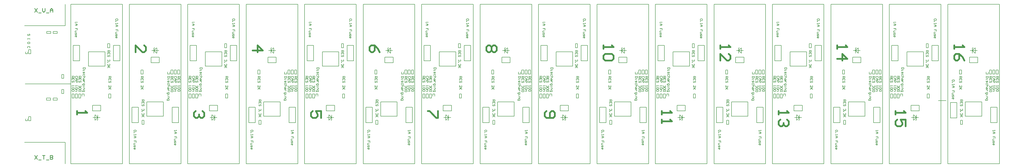
<source format=gto>
G04*
G04 #@! TF.GenerationSoftware,Altium Limited,Altium Designer,19.0.12 (326)*
G04*
G04 Layer_Color=65535*
%FSLAX25Y25*%
%MOIN*%
G70*
G01*
G75*
%ADD10C,0.00591*%
%ADD11C,0.02756*%
%ADD12C,0.00600*%
%ADD13C,0.01000*%
D10*
X100000Y184843D02*
Y191142D01*
X96850Y184843D02*
X100000D01*
X96850D02*
Y191142D01*
X100000D01*
X96850Y161221D02*
Y167520D01*
X100000D01*
Y161221D02*
Y167520D01*
X96850Y161221D02*
X100000D01*
X1454724Y150492D02*
X1466535D01*
X1515748Y209252D02*
Y217913D01*
X1502953D02*
X1515748D01*
X1502953Y209252D02*
Y217913D01*
Y209252D02*
X1515748D01*
X1469390Y300197D02*
X1549311D01*
X1469390Y52165D02*
Y300197D01*
Y52165D02*
X1549311D01*
Y300197D01*
X1504035Y228346D02*
X1514862D01*
X1511909Y224409D02*
Y228346D01*
X1511368Y224409D02*
X1511909D01*
X1507431Y228346D02*
X1511368Y224409D01*
X1507431Y228346D02*
X1511368Y232283D01*
X1511909D01*
Y228346D02*
Y232283D01*
X1507431Y228346D02*
X1511909D01*
X1507431Y224409D02*
Y228346D01*
Y224409D02*
Y232283D01*
X1508957D01*
X1334646Y209252D02*
Y217913D01*
X1321850D02*
X1334646D01*
X1321850Y209252D02*
Y217913D01*
Y209252D02*
X1334646D01*
X1288287Y300197D02*
X1368209D01*
X1288287Y52165D02*
Y300197D01*
Y52165D02*
X1368209D01*
Y300197D01*
X1322933Y228346D02*
X1333760D01*
X1330807Y224409D02*
Y228346D01*
X1330266Y224409D02*
X1330807D01*
X1326329Y228346D02*
X1330266Y224409D01*
X1326329Y228346D02*
X1330266Y232283D01*
X1330807D01*
Y228346D02*
Y232283D01*
X1326329Y228346D02*
X1330807D01*
X1326329Y224409D02*
Y228346D01*
Y224409D02*
Y232283D01*
X1327854D01*
X1153543Y209252D02*
Y217913D01*
X1140748D02*
X1153543D01*
X1140748Y209252D02*
Y217913D01*
Y209252D02*
X1153543D01*
X1107185Y300197D02*
X1187106D01*
X1107185Y52165D02*
Y300197D01*
Y52165D02*
X1187106D01*
Y300197D01*
X1141831Y228346D02*
X1152658D01*
X1149705Y224409D02*
Y228346D01*
X1149163Y224409D02*
X1149705D01*
X1145226Y228346D02*
X1149163Y224409D01*
X1145226Y228346D02*
X1149163Y232283D01*
X1149705D01*
Y228346D02*
Y232283D01*
X1145226Y228346D02*
X1149705D01*
X1145226Y224409D02*
Y228346D01*
Y224409D02*
Y232283D01*
X1146752D01*
X972441Y209252D02*
Y217913D01*
X959646D02*
X972441D01*
X959646Y209252D02*
Y217913D01*
Y209252D02*
X972441D01*
X926083Y300197D02*
X1006004D01*
X926083Y52165D02*
Y300197D01*
Y52165D02*
X1006004D01*
Y300197D01*
X960728Y228346D02*
X971555D01*
X968602Y224409D02*
Y228346D01*
X968061Y224409D02*
X968602D01*
X964124Y228346D02*
X968061Y224409D01*
X964124Y228346D02*
X968061Y232283D01*
X968602D01*
Y228346D02*
Y232283D01*
X964124Y228346D02*
X968602D01*
X964124Y224409D02*
Y228346D01*
Y224409D02*
Y232283D01*
X965650D01*
X791339Y209252D02*
Y217913D01*
X778543D02*
X791339D01*
X778543Y209252D02*
Y217913D01*
Y209252D02*
X791339D01*
X744980Y300197D02*
X824902D01*
X744980Y52165D02*
Y300197D01*
Y52165D02*
X824902D01*
Y300197D01*
X779626Y228346D02*
X790453D01*
X787500Y224409D02*
Y228346D01*
X786959Y224409D02*
X787500D01*
X783022Y228346D02*
X786959Y224409D01*
X783022Y228346D02*
X786959Y232283D01*
X787500D01*
Y228346D02*
Y232283D01*
X783022Y228346D02*
X787500D01*
X783022Y224409D02*
Y228346D01*
Y224409D02*
Y232283D01*
X784547D01*
X610236Y209252D02*
Y217913D01*
X597441D02*
X610236D01*
X597441Y209252D02*
Y217913D01*
Y209252D02*
X610236D01*
X563878Y300197D02*
X643799D01*
X563878Y52165D02*
Y300197D01*
Y52165D02*
X643799D01*
Y300197D01*
X598524Y228346D02*
X609350D01*
X606398Y224409D02*
Y228346D01*
X605856Y224409D02*
X606398D01*
X601919Y228346D02*
X605856Y224409D01*
X601919Y228346D02*
X605856Y232283D01*
X606398D01*
Y228346D02*
Y232283D01*
X601919Y228346D02*
X606398D01*
X601919Y224409D02*
Y228346D01*
Y224409D02*
Y232283D01*
X603445D01*
X429134Y209252D02*
Y217913D01*
X416339D02*
X429134D01*
X416339Y209252D02*
Y217913D01*
Y209252D02*
X429134D01*
X382776Y300197D02*
X462697D01*
X382776Y52165D02*
Y300197D01*
Y52165D02*
X462697D01*
Y300197D01*
X417421Y228346D02*
X428248D01*
X425295Y224409D02*
Y228346D01*
X424754Y224409D02*
X425295D01*
X420817Y228346D02*
X424754Y224409D01*
X420817Y228346D02*
X424754Y232283D01*
X425295D01*
Y228346D02*
Y232283D01*
X420817Y228346D02*
X425295D01*
X420817Y224409D02*
Y228346D01*
Y224409D02*
Y232283D01*
X422342D01*
X248031Y209252D02*
Y217913D01*
X235236D02*
X248031D01*
X235236Y209252D02*
Y217913D01*
Y209252D02*
X248031D01*
X201673Y300197D02*
X281594D01*
X201673Y52165D02*
Y300197D01*
Y52165D02*
X281594D01*
Y300197D01*
X236319Y228346D02*
X247146D01*
X244193Y224410D02*
Y228346D01*
X243652Y224410D02*
X244193D01*
X239715Y228346D02*
X243652Y224410D01*
X239715Y228346D02*
X243652Y232283D01*
X244193D01*
Y228346D02*
Y232283D01*
X239715Y228346D02*
X244193D01*
X239715Y224410D02*
Y228346D01*
Y224410D02*
Y232283D01*
X241240D01*
X1412205Y134449D02*
Y143110D01*
Y134449D02*
X1425000D01*
Y143110D01*
X1412205D02*
X1425000D01*
X1378642Y52165D02*
X1458563D01*
Y300197D01*
X1378642D02*
X1458563D01*
X1378642Y52165D02*
Y300197D01*
X1413091Y124016D02*
X1423917D01*
X1416043D02*
Y127953D01*
X1416585D01*
X1420522Y124016D01*
X1416585Y120079D02*
X1420522Y124016D01*
X1416043Y120079D02*
X1416585D01*
X1416043D02*
Y124016D01*
X1420522D01*
Y127953D01*
Y120079D02*
Y127953D01*
X1418996Y120079D02*
X1420522D01*
X1231102Y134449D02*
Y143110D01*
Y134449D02*
X1243898D01*
Y143110D01*
X1231102D02*
X1243898D01*
X1197539Y52165D02*
X1277461D01*
Y300197D01*
X1197539D02*
X1277461D01*
X1197539Y52165D02*
Y300197D01*
X1231988Y124016D02*
X1242815D01*
X1234941D02*
Y127953D01*
X1235482D01*
X1239419Y124016D01*
X1235482Y120079D02*
X1239419Y124016D01*
X1234941Y120079D02*
X1235482D01*
X1234941D02*
Y124016D01*
X1239419D01*
Y127953D01*
Y120079D02*
Y127953D01*
X1237894Y120079D02*
X1239419D01*
X1050000Y134449D02*
Y143110D01*
Y134449D02*
X1062795D01*
Y143110D01*
X1050000D02*
X1062795D01*
X1016437Y52165D02*
X1096358D01*
Y300197D01*
X1016437D02*
X1096358D01*
X1016437Y52165D02*
Y300197D01*
X1050886Y124016D02*
X1061713D01*
X1053839D02*
Y127953D01*
X1054380D01*
X1058317Y124016D01*
X1054380Y120079D02*
X1058317Y124016D01*
X1053839Y120079D02*
X1054380D01*
X1053839D02*
Y124016D01*
X1058317D01*
Y127953D01*
Y120079D02*
Y127953D01*
X1056791Y120079D02*
X1058317D01*
X868898Y134449D02*
Y143110D01*
Y134449D02*
X881693D01*
Y143110D01*
X868898D02*
X881693D01*
X835335Y52165D02*
X915256D01*
Y300197D01*
X835335D02*
X915256D01*
X835335Y52165D02*
Y300197D01*
X869783Y124016D02*
X880610D01*
X872736D02*
Y127953D01*
X873278D01*
X877215Y124016D01*
X873278Y120079D02*
X877215Y124016D01*
X872736Y120079D02*
X873278D01*
X872736D02*
Y124016D01*
X877215D01*
Y127953D01*
Y120079D02*
Y127953D01*
X875689Y120079D02*
X877215D01*
X687795Y134449D02*
Y143110D01*
Y134449D02*
X700591D01*
Y143110D01*
X687795D02*
X700591D01*
X654232Y52165D02*
X734154D01*
Y300197D01*
X654232D02*
X734154D01*
X654232Y52165D02*
Y300197D01*
X688681Y124016D02*
X699508D01*
X691634D02*
Y127953D01*
X692175D01*
X696112Y124016D01*
X692175Y120079D02*
X696112Y124016D01*
X691634Y120079D02*
X692175D01*
X691634D02*
Y124016D01*
X696112D01*
Y127953D01*
Y120079D02*
Y127953D01*
X694587Y120079D02*
X696112D01*
X506693Y134449D02*
Y143110D01*
Y134449D02*
X519488D01*
Y143110D01*
X506693D02*
X519488D01*
X473130Y52165D02*
X553051D01*
Y300197D01*
X473130D02*
X553051D01*
X473130Y52165D02*
Y300197D01*
X507579Y124016D02*
X518405D01*
X510532D02*
Y127953D01*
X511073D01*
X515010Y124016D01*
X511073Y120079D02*
X515010Y124016D01*
X510532Y120079D02*
X511073D01*
X510532D02*
Y124016D01*
X515010D01*
Y127953D01*
Y120079D02*
Y127953D01*
X513484Y120079D02*
X515010D01*
X325590Y134449D02*
Y143110D01*
Y134449D02*
X338386D01*
Y143110D01*
X325590D02*
X338386D01*
X292028Y52165D02*
X371949D01*
Y300197D01*
X292028D02*
X371949D01*
X292028Y52165D02*
Y300197D01*
X326476Y124016D02*
X337303D01*
X329429D02*
Y127953D01*
X329971D01*
X333908Y124016D01*
X329971Y120079D02*
X333908Y124016D01*
X329429Y120079D02*
X329971D01*
X329429D02*
Y124016D01*
X333908D01*
Y127953D01*
Y120079D02*
Y127953D01*
X332382Y120079D02*
X333908D01*
X144488Y134449D02*
Y143110D01*
Y134449D02*
X157283D01*
Y143110D01*
X144488D02*
X157283D01*
X110925Y52165D02*
X190847D01*
Y300197D01*
X110925D02*
X190847D01*
X110925Y52165D02*
Y300197D01*
X145374Y124016D02*
X156201D01*
X148327D02*
Y127953D01*
X148868D01*
X152805Y124016D01*
X148868Y120079D02*
X152805Y124016D01*
X148327Y120079D02*
X148868D01*
X148327D02*
Y124016D01*
X152805D01*
Y127953D01*
Y120079D02*
Y127953D01*
X151279Y120079D02*
X152805D01*
X102362Y267028D02*
Y300492D01*
X48819Y223228D02*
Y229528D01*
X45669Y223228D02*
X48819D01*
X45669D02*
Y229528D01*
X48819D01*
X1533858Y191732D02*
Y198031D01*
X1537008D01*
Y191732D02*
Y198031D01*
X1533858Y191732D02*
X1537008D01*
X1394094Y154331D02*
Y160630D01*
X1390945Y154331D02*
X1394094D01*
X1390945D02*
Y160630D01*
X1394094D01*
X1352756Y191732D02*
Y198031D01*
X1355906D01*
Y191732D02*
Y198031D01*
X1352756Y191732D02*
X1355906D01*
X1212992Y154331D02*
Y160630D01*
X1209842Y154331D02*
X1212992D01*
X1209842D02*
Y160630D01*
X1212992D01*
X1171653Y191732D02*
Y198031D01*
X1174803D01*
Y191732D02*
Y198031D01*
X1171653Y191732D02*
X1174803D01*
X1031890Y154331D02*
Y160630D01*
X1028740Y154331D02*
X1031890D01*
X1028740D02*
Y160630D01*
X1031890D01*
X990551Y191732D02*
Y198031D01*
X993701D01*
Y191732D02*
Y198031D01*
X990551Y191732D02*
X993701D01*
X850787Y154331D02*
Y160630D01*
X847638Y154331D02*
X850787D01*
X847638D02*
Y160630D01*
X850787D01*
X809449Y191732D02*
Y198031D01*
X812598D01*
Y191732D02*
Y198031D01*
X809449Y191732D02*
X812598D01*
X669685Y154331D02*
Y160630D01*
X666535Y154331D02*
X669685D01*
X666535D02*
Y160630D01*
X669685D01*
X628346Y191732D02*
Y198031D01*
X631496D01*
Y191732D02*
Y198031D01*
X628346Y191732D02*
X631496D01*
X488583Y154331D02*
Y160630D01*
X485433Y154331D02*
X488583D01*
X485433D02*
Y160630D01*
X488583D01*
X447244Y191732D02*
Y198031D01*
X450394D01*
Y191732D02*
Y198031D01*
X447244Y191732D02*
X450394D01*
X307480Y154331D02*
Y160630D01*
X304331Y154331D02*
X307480D01*
X304331D02*
Y160630D01*
X307480D01*
X266142Y191732D02*
Y198031D01*
X269291D01*
Y191732D02*
Y198031D01*
X266142Y191732D02*
X269291D01*
X126378Y154331D02*
Y160630D01*
X123228Y154331D02*
X126378D01*
X123228D02*
Y160630D01*
X126378D01*
X83661Y255020D02*
X89961D01*
X83661D02*
Y258169D01*
X89961D01*
Y255020D02*
Y258169D01*
X48819Y118898D02*
Y125197D01*
X45669Y118898D02*
X48819D01*
X45669D02*
Y125197D01*
X48819D01*
X1490551Y191732D02*
Y198031D01*
X1487402Y191732D02*
X1490551D01*
X1487402D02*
Y198031D01*
X1490551D01*
X1437402Y154331D02*
Y160630D01*
X1440551D01*
Y154331D02*
Y160630D01*
X1437402Y154331D02*
X1440551D01*
X1309449Y191732D02*
Y198031D01*
X1306299Y191732D02*
X1309449D01*
X1306299D02*
Y198031D01*
X1309449D01*
X1256299Y154331D02*
Y160630D01*
X1259449D01*
Y154331D02*
Y160630D01*
X1256299Y154331D02*
X1259449D01*
X1128347Y191732D02*
Y198031D01*
X1125197Y191732D02*
X1128347D01*
X1125197D02*
Y198031D01*
X1128347D01*
X1075197Y154331D02*
Y160630D01*
X1078347D01*
Y154331D02*
Y160630D01*
X1075197Y154331D02*
X1078347D01*
X947244Y191732D02*
Y198031D01*
X944094Y191732D02*
X947244D01*
X944094D02*
Y198031D01*
X947244D01*
X894094Y154331D02*
Y160630D01*
X897244D01*
Y154331D02*
Y160630D01*
X894094Y154331D02*
X897244D01*
X766142Y191732D02*
Y198031D01*
X762992Y191732D02*
X766142D01*
X762992D02*
Y198031D01*
X766142D01*
X712992Y154331D02*
Y160630D01*
X716142D01*
Y154331D02*
Y160630D01*
X712992Y154331D02*
X716142D01*
X585039Y191732D02*
Y198031D01*
X581890Y191732D02*
X585039D01*
X581890D02*
Y198031D01*
X585039D01*
X531890Y154331D02*
Y160630D01*
X535039D01*
Y154331D02*
Y160630D01*
X531890Y154331D02*
X535039D01*
X403937Y191732D02*
Y198031D01*
X400787Y191732D02*
X403937D01*
X400787D02*
Y198031D01*
X403937D01*
X350787Y154331D02*
Y160630D01*
X353937D01*
Y154331D02*
Y160630D01*
X350787Y154331D02*
X353937D01*
X222835Y191732D02*
Y198031D01*
X219685Y191732D02*
X222835D01*
X219685D02*
Y198031D01*
X222835D01*
X169685Y154331D02*
Y160630D01*
X172835D01*
Y154331D02*
Y160630D01*
X169685Y154331D02*
X172835D01*
X83661Y151083D02*
X89961D01*
X83661D02*
Y154232D01*
X89961D01*
Y151083D02*
Y154232D01*
X1547244Y191732D02*
Y198031D01*
X1544094Y191732D02*
X1547244D01*
X1544094D02*
Y198031D01*
X1547244D01*
X1380709Y154331D02*
Y160630D01*
X1383858D01*
Y154331D02*
Y160630D01*
X1380709Y154331D02*
X1383858D01*
X1366142Y191732D02*
Y198031D01*
X1362992Y191732D02*
X1366142D01*
X1362992D02*
Y198031D01*
X1366142D01*
X1199606Y154331D02*
Y160630D01*
X1202756D01*
Y154331D02*
Y160630D01*
X1199606Y154331D02*
X1202756D01*
X1185039Y191732D02*
Y198031D01*
X1181890Y191732D02*
X1185039D01*
X1181890D02*
Y198031D01*
X1185039D01*
X1018504Y154331D02*
Y160630D01*
X1021653D01*
Y154331D02*
Y160630D01*
X1018504Y154331D02*
X1021653D01*
X1003937Y191732D02*
Y198031D01*
X1000787Y191732D02*
X1003937D01*
X1000787D02*
Y198031D01*
X1003937D01*
X837402Y154331D02*
Y160630D01*
X840551D01*
Y154331D02*
Y160630D01*
X837402Y154331D02*
X840551D01*
X822835Y191732D02*
Y198031D01*
X819685Y191732D02*
X822835D01*
X819685D02*
Y198031D01*
X822835D01*
X656299Y154331D02*
Y160630D01*
X659449D01*
Y154331D02*
Y160630D01*
X656299Y154331D02*
X659449D01*
X641732Y191732D02*
Y198031D01*
X638583Y191732D02*
X641732D01*
X638583D02*
Y198031D01*
X641732D01*
X475197Y154331D02*
Y160630D01*
X478346D01*
Y154331D02*
Y160630D01*
X475197Y154331D02*
X478346D01*
X460630Y191732D02*
Y198031D01*
X457480Y191732D02*
X460630D01*
X457480D02*
Y198031D01*
X460630D01*
X294094Y154331D02*
Y160630D01*
X297244D01*
Y154331D02*
Y160630D01*
X294094Y154331D02*
X297244D01*
X279528Y191732D02*
Y198031D01*
X276378Y191732D02*
X279528D01*
X276378D02*
Y198031D01*
X279528D01*
X112992Y154331D02*
Y160630D01*
X116142D01*
Y154331D02*
Y160630D01*
X112992Y154331D02*
X116142D01*
X1488976Y113386D02*
Y119685D01*
X1492126D01*
Y113386D02*
Y119685D01*
X1488976Y113386D02*
X1492126D01*
X1438976Y232677D02*
Y238976D01*
X1435827Y232677D02*
X1438976D01*
X1435827D02*
Y238976D01*
X1438976D01*
X1307874Y113386D02*
Y119685D01*
X1311024D01*
Y113386D02*
Y119685D01*
X1307874Y113386D02*
X1311024D01*
X1257874Y232677D02*
Y238976D01*
X1254724Y232677D02*
X1257874D01*
X1254724D02*
Y238976D01*
X1257874D01*
X1126772Y113386D02*
Y119685D01*
X1129921D01*
Y113386D02*
Y119685D01*
X1126772Y113386D02*
X1129921D01*
X1076772Y232677D02*
Y238976D01*
X1073622Y232677D02*
X1076772D01*
X1073622D02*
Y238976D01*
X1076772D01*
X945669Y113386D02*
Y119685D01*
X948819D01*
Y113386D02*
Y119685D01*
X945669Y113386D02*
X948819D01*
X895669Y232677D02*
Y238976D01*
X892520Y232677D02*
X895669D01*
X892520D02*
Y238976D01*
X895669D01*
X764567Y113386D02*
Y119685D01*
X767717D01*
Y113386D02*
Y119685D01*
X764567Y113386D02*
X767717D01*
X714567Y232677D02*
Y238976D01*
X711417Y232677D02*
X714567D01*
X711417D02*
Y238976D01*
X714567D01*
X583465Y113386D02*
Y119685D01*
X586614D01*
Y113386D02*
Y119685D01*
X583465Y113386D02*
X586614D01*
X533465Y232677D02*
Y238976D01*
X530315Y232677D02*
X533465D01*
X530315D02*
Y238976D01*
X533465D01*
X402362Y113386D02*
Y119685D01*
X405512D01*
Y113386D02*
Y119685D01*
X402362Y113386D02*
X405512D01*
X352362Y232677D02*
Y238976D01*
X349213Y232677D02*
X352362D01*
X349213D02*
Y238976D01*
X352362D01*
X221260Y113386D02*
Y119685D01*
X224409D01*
Y113386D02*
Y119685D01*
X221260Y113386D02*
X224409D01*
X171260Y232677D02*
Y238976D01*
X168110Y232677D02*
X171260D01*
X168110D02*
Y238976D01*
X171260D01*
X1496374Y148460D02*
X1521964D01*
Y126019D02*
Y148460D01*
X1496374Y126019D02*
X1521964D01*
X1496374D02*
Y148460D01*
X1405988Y203902D02*
X1431579D01*
X1405988D02*
Y226343D01*
X1431579D01*
Y203902D02*
Y226343D01*
X1315271Y148460D02*
X1340862D01*
Y126019D02*
Y148460D01*
X1315271Y126019D02*
X1340862D01*
X1315271D02*
Y148460D01*
X1224886Y203902D02*
X1250477D01*
X1224886D02*
Y226343D01*
X1250477D01*
Y203902D02*
Y226343D01*
X1134169Y148460D02*
X1159760D01*
Y126019D02*
Y148460D01*
X1134169Y126019D02*
X1159760D01*
X1134169D02*
Y148460D01*
X1043784Y203902D02*
X1069374D01*
X1043784D02*
Y226343D01*
X1069374D01*
Y203902D02*
Y226343D01*
X953067Y148460D02*
X978657D01*
Y126019D02*
Y148460D01*
X953067Y126019D02*
X978657D01*
X953067D02*
Y148460D01*
X862681Y203902D02*
X888272D01*
X862681D02*
Y226343D01*
X888272D01*
Y203902D02*
Y226343D01*
X771964Y148460D02*
X797555D01*
Y126019D02*
Y148460D01*
X771964Y126019D02*
X797555D01*
X771964D02*
Y148460D01*
X681579Y203902D02*
X707169D01*
X681579D02*
Y226343D01*
X707169D01*
Y203902D02*
Y226343D01*
X590862Y148460D02*
X616453D01*
Y126019D02*
Y148460D01*
X590862Y126019D02*
X616453D01*
X590862D02*
Y148460D01*
X500477Y203902D02*
X526067D01*
X500477D02*
Y226343D01*
X526067D01*
Y203902D02*
Y226343D01*
X409760Y148460D02*
X435350D01*
Y126019D02*
Y148460D01*
X409760Y126019D02*
X435350D01*
X409760D02*
Y148460D01*
X319374Y203902D02*
X344965D01*
X319374D02*
Y226343D01*
X344965D01*
Y203902D02*
Y226343D01*
X228657Y148460D02*
X254248D01*
Y126019D02*
Y148460D01*
X228657Y126019D02*
X254248D01*
X228657D02*
Y148460D01*
X138272Y203902D02*
X163862D01*
X138272D02*
Y226343D01*
X163862D01*
Y203902D02*
Y226343D01*
X40945Y223228D02*
Y226377D01*
Y223228D02*
X44094D01*
Y226378D01*
X1528740Y191732D02*
Y194881D01*
Y191732D02*
X1531890D01*
Y194882D01*
X1399213Y157481D02*
Y160630D01*
X1396063D02*
X1399213D01*
X1396063Y157480D02*
Y160630D01*
X1347638Y191732D02*
Y194881D01*
Y191732D02*
X1350787D01*
Y194882D01*
X1218110Y157481D02*
Y160630D01*
X1214961D02*
X1218110D01*
X1214961Y157480D02*
Y160630D01*
X1166535Y191732D02*
Y194881D01*
Y191732D02*
X1169685D01*
Y194882D01*
X1037008Y157481D02*
Y160630D01*
X1033858D02*
X1037008D01*
X1033858Y157480D02*
Y160630D01*
X985433Y191732D02*
Y194881D01*
Y191732D02*
X988583D01*
Y194882D01*
X855906Y157481D02*
Y160630D01*
X852756D02*
X855906D01*
X852756Y157480D02*
Y160630D01*
X804331Y191732D02*
Y194881D01*
Y191732D02*
X807480D01*
Y194882D01*
X674803Y157481D02*
Y160630D01*
X671654D02*
X674803D01*
X671654Y157480D02*
Y160630D01*
X623228Y191732D02*
Y194881D01*
Y191732D02*
X626378D01*
Y194882D01*
X493701Y157481D02*
Y160630D01*
X490551D02*
X493701D01*
X490551Y157480D02*
Y160630D01*
X442126Y191732D02*
Y194881D01*
Y191732D02*
X445276D01*
Y194882D01*
X312598Y157481D02*
Y160630D01*
X309449D02*
X312598D01*
X309449Y157480D02*
Y160630D01*
X261024Y191732D02*
Y194881D01*
Y191732D02*
X264173D01*
Y194882D01*
X131496Y157481D02*
Y160630D01*
X128347D02*
X131496D01*
X128347Y157480D02*
Y160630D01*
X40945Y118898D02*
Y122047D01*
Y118898D02*
X44094D01*
Y122047D01*
X1535551Y115945D02*
X1545551D01*
Y139961D01*
X1535551D02*
X1545551D01*
X1535551Y115945D02*
Y139961D01*
X1382402Y236417D02*
X1392402D01*
X1382402Y212402D02*
Y236417D01*
Y212402D02*
X1392402D01*
Y236417D01*
X1354449Y115945D02*
X1364449D01*
Y139961D01*
X1354449D02*
X1364449D01*
X1354449Y115945D02*
Y139961D01*
X1201299Y236417D02*
X1211299D01*
X1201299Y212402D02*
Y236417D01*
Y212402D02*
X1211299D01*
Y236417D01*
X1173347Y115945D02*
X1183346D01*
Y139961D01*
X1173347D02*
X1183346D01*
X1173347Y115945D02*
Y139961D01*
X1020197Y236417D02*
X1030197D01*
X1020197Y212402D02*
Y236417D01*
Y212402D02*
X1030197D01*
Y236417D01*
X992244Y115945D02*
X1002244D01*
Y139961D01*
X992244D02*
X1002244D01*
X992244Y115945D02*
Y139961D01*
X839095Y236417D02*
X849094D01*
X839095Y212402D02*
Y236417D01*
Y212402D02*
X849094D01*
Y236417D01*
X811142Y115945D02*
X821142D01*
Y139961D01*
X811142D02*
X821142D01*
X811142Y115945D02*
Y139961D01*
X657992Y236417D02*
X667992D01*
X657992Y212402D02*
Y236417D01*
Y212402D02*
X667992D01*
Y236417D01*
X630039Y115945D02*
X640039D01*
Y139961D01*
X630039D02*
X640039D01*
X630039Y115945D02*
Y139961D01*
X476890Y236417D02*
X486890D01*
X476890Y212402D02*
Y236417D01*
Y212402D02*
X486890D01*
Y236417D01*
X448937Y115945D02*
X458937D01*
Y139961D01*
X448937D02*
X458937D01*
X448937Y115945D02*
Y139961D01*
X295787Y236417D02*
X305787D01*
X295787Y212402D02*
Y236417D01*
Y212402D02*
X305787D01*
Y236417D01*
X267835Y115945D02*
X277835D01*
Y139961D01*
X267835D02*
X277835D01*
X267835Y115945D02*
Y139961D01*
X114685Y236417D02*
X124685D01*
X114685Y212402D02*
Y236417D01*
Y212402D02*
X124685D01*
Y236417D01*
X1473347Y147244D02*
X1483346D01*
X1473347Y123228D02*
Y147244D01*
Y123228D02*
X1483346D01*
Y147244D01*
X1444606Y212402D02*
X1454606D01*
Y236417D01*
X1444606D02*
X1454606D01*
X1444606Y212402D02*
Y236417D01*
X1292244Y139961D02*
X1302244D01*
X1292244Y115945D02*
Y139961D01*
Y115945D02*
X1302244D01*
Y139961D01*
X1263504Y212402D02*
X1273504D01*
Y236417D01*
X1263504D02*
X1273504D01*
X1263504Y212402D02*
Y236417D01*
X1111142Y139961D02*
X1121142D01*
X1111142Y115945D02*
Y139961D01*
Y115945D02*
X1121142D01*
Y139961D01*
X1082402Y212402D02*
X1092402D01*
Y236417D01*
X1082402D02*
X1092402D01*
X1082402Y212402D02*
Y236417D01*
X930039Y139961D02*
X940039D01*
X930039Y115945D02*
Y139961D01*
Y115945D02*
X940039D01*
Y139961D01*
X901299Y212402D02*
X911299D01*
Y236417D01*
X901299D02*
X911299D01*
X901299Y212402D02*
Y236417D01*
X748937Y139961D02*
X758937D01*
X748937Y115945D02*
Y139961D01*
Y115945D02*
X758937D01*
Y139961D01*
X720197Y212402D02*
X730197D01*
Y236417D01*
X720197D02*
X730197D01*
X720197Y212402D02*
Y236417D01*
X567835Y139961D02*
X577835D01*
X567835Y115945D02*
Y139961D01*
Y115945D02*
X577835D01*
Y139961D01*
X539094Y212402D02*
X549094D01*
Y236417D01*
X539094D02*
X549094D01*
X539094Y212402D02*
Y236417D01*
X386732Y139961D02*
X396732D01*
X386732Y115945D02*
Y139961D01*
Y115945D02*
X396732D01*
Y139961D01*
X357992Y212402D02*
X367992D01*
Y236417D01*
X357992D02*
X367992D01*
X357992Y212402D02*
Y236417D01*
X205630Y139961D02*
X215630D01*
X205630Y115945D02*
Y139961D01*
Y115945D02*
X215630D01*
Y139961D01*
X176890Y212402D02*
X186890D01*
Y236417D01*
X176890D02*
X186890D01*
X176890Y212402D02*
Y236417D01*
X1542126Y191732D02*
Y198031D01*
X1538976Y191732D02*
X1542126D01*
X1538976D02*
Y198031D01*
X1542126D01*
X1385827Y154331D02*
Y160630D01*
X1388976D01*
Y154331D02*
Y160630D01*
X1385827Y154331D02*
X1388976D01*
X1361024Y191732D02*
Y198031D01*
X1357874Y191732D02*
X1361024D01*
X1357874D02*
Y198031D01*
X1361024D01*
X1204724Y154331D02*
Y160630D01*
X1207874D01*
Y154331D02*
Y160630D01*
X1204724Y154331D02*
X1207874D01*
X1179921Y191732D02*
Y198031D01*
X1176772Y191732D02*
X1179921D01*
X1176772D02*
Y198031D01*
X1179921D01*
X1023622Y154331D02*
Y160630D01*
X1026772D01*
Y154331D02*
Y160630D01*
X1023622Y154331D02*
X1026772D01*
X998819Y191732D02*
Y198031D01*
X995669Y191732D02*
X998819D01*
X995669D02*
Y198031D01*
X998819D01*
X842520Y154331D02*
Y160630D01*
X845669D01*
Y154331D02*
Y160630D01*
X842520Y154331D02*
X845669D01*
X817717Y191732D02*
Y198031D01*
X814567Y191732D02*
X817717D01*
X814567D02*
Y198031D01*
X817717D01*
X661417Y154331D02*
Y160630D01*
X664567D01*
Y154331D02*
Y160630D01*
X661417Y154331D02*
X664567D01*
X636614Y191732D02*
Y198031D01*
X633465Y191732D02*
X636614D01*
X633465D02*
Y198031D01*
X636614D01*
X480315Y154331D02*
Y160630D01*
X483465D01*
Y154331D02*
Y160630D01*
X480315Y154331D02*
X483465D01*
X455512Y191732D02*
Y198031D01*
X452362Y191732D02*
X455512D01*
X452362D02*
Y198031D01*
X455512D01*
X299213Y154331D02*
Y160630D01*
X302362D01*
Y154331D02*
Y160630D01*
X299213Y154331D02*
X302362D01*
X274409Y191732D02*
Y198031D01*
X271260Y191732D02*
X274409D01*
X271260D02*
Y198031D01*
X274409D01*
X118110Y154331D02*
Y160630D01*
X121260D01*
Y154331D02*
Y160630D01*
X118110Y154331D02*
X121260D01*
X73622Y258169D02*
X79921D01*
Y255020D02*
Y258169D01*
X73622Y255020D02*
X79921D01*
X73622D02*
Y258169D01*
X73425Y154232D02*
X79724D01*
Y151083D02*
Y154232D01*
X73425Y151083D02*
X79724D01*
X73425D02*
Y154232D01*
X110925Y176181D02*
X110925Y176181D01*
X40157Y176181D02*
X110925D01*
X39370Y267028D02*
X102362D01*
Y51870D02*
Y85335D01*
X39370D02*
X102362D01*
D11*
X1479155Y236221D02*
Y230973D01*
Y233597D01*
X1494898D01*
X1492274Y236221D01*
X1494898Y212606D02*
X1492274Y217854D01*
X1487027Y223101D01*
X1481779D01*
X1479155Y220478D01*
Y215230D01*
X1481779Y212606D01*
X1484403D01*
X1487027Y215230D01*
Y223101D01*
X1388355Y133858D02*
Y128611D01*
Y131234D01*
X1404098D01*
X1401474Y133858D01*
X1404098Y110244D02*
Y120739D01*
X1396227D01*
X1398850Y115491D01*
Y112868D01*
X1396227Y110244D01*
X1390979D01*
X1388355Y112868D01*
Y118115D01*
X1390979Y120739D01*
X1298055Y236221D02*
Y230973D01*
Y233597D01*
X1313798D01*
X1311174Y236221D01*
X1298055Y215230D02*
X1313798D01*
X1305927Y223101D01*
Y212606D01*
X1207255Y133858D02*
Y128611D01*
Y131234D01*
X1222998D01*
X1220374Y133858D01*
Y120739D02*
X1222998Y118115D01*
Y112868D01*
X1220374Y110244D01*
X1217750D01*
X1215127Y112868D01*
Y115491D01*
Y112868D01*
X1212503Y110244D01*
X1209879D01*
X1207255Y112868D01*
Y118115D01*
X1209879Y120739D01*
X1116955Y236221D02*
Y230973D01*
Y233597D01*
X1132698D01*
X1130074Y236221D01*
X1116955Y212606D02*
Y223101D01*
X1127450Y212606D01*
X1130074D01*
X1132698Y215230D01*
Y220478D01*
X1130074Y223101D01*
X1026155Y133858D02*
Y128611D01*
Y131234D01*
X1041898D01*
X1039274Y133858D01*
X1026155Y120739D02*
Y115491D01*
Y118115D01*
X1041898D01*
X1039274Y120739D01*
X935855Y236221D02*
Y230973D01*
Y233597D01*
X951598D01*
X948974Y236221D01*
Y223101D02*
X951598Y220478D01*
Y215230D01*
X948974Y212606D01*
X938479D01*
X935855Y215230D01*
Y220478D01*
X938479Y223101D01*
X948974D01*
X847679Y133858D02*
X845055Y131234D01*
Y125987D01*
X847679Y123363D01*
X858174D01*
X860798Y125987D01*
Y131234D01*
X858174Y133858D01*
X855550D01*
X852927Y131234D01*
Y123363D01*
X767874Y236221D02*
X770498Y233597D01*
Y228349D01*
X767874Y225725D01*
X765250D01*
X762627Y228349D01*
X760003Y225725D01*
X757379D01*
X754755Y228349D01*
Y233597D01*
X757379Y236221D01*
X760003D01*
X762627Y233597D01*
X765250Y236221D01*
X767874D01*
X762627Y233597D02*
Y228349D01*
X679698Y133858D02*
Y123363D01*
X677074D01*
X666579Y133858D01*
X663955D01*
X589398Y225725D02*
X586774Y230973D01*
X581527Y236221D01*
X576279D01*
X573655Y233597D01*
Y228349D01*
X576279Y225725D01*
X578903D01*
X581527Y228349D01*
Y236221D01*
X498598Y123363D02*
Y133858D01*
X490727D01*
X493350Y128611D01*
Y125987D01*
X490727Y123363D01*
X485479D01*
X482855Y125987D01*
Y131234D01*
X485479Y133858D01*
X392555Y228349D02*
X408298D01*
X400427Y236221D01*
Y225725D01*
X314874Y133858D02*
X317498Y131234D01*
Y125987D01*
X314874Y123363D01*
X312250D01*
X309627Y125987D01*
Y128611D01*
Y125987D01*
X307003Y123363D01*
X304379D01*
X301755Y125987D01*
Y131234D01*
X304379Y133858D01*
X211455Y225725D02*
Y236221D01*
X221950Y225725D01*
X224574D01*
X227198Y228349D01*
Y233597D01*
X224574Y236221D01*
X120653Y133858D02*
Y128611D01*
Y131234D01*
X136397D01*
X133773Y133858D01*
D12*
X47693Y239539D02*
Y240739D01*
X47093Y241339D01*
X44694D01*
X44094Y240739D01*
Y239539D01*
X44694Y238939D01*
X47093D01*
X47693Y239539D01*
Y247146D02*
Y245946D01*
Y246546D01*
X44094D01*
Y247146D01*
Y245946D01*
X47093Y232246D02*
X47693Y232846D01*
Y234046D01*
X47093Y234646D01*
X44694D01*
X44094Y234046D01*
Y232846D01*
X44694Y232246D01*
X47093Y251636D02*
X47693Y252236D01*
Y253436D01*
X47093Y254035D01*
X46494D01*
X45894Y253436D01*
Y252236D01*
X45294Y251636D01*
X44694D01*
X44094Y252236D01*
Y253436D01*
X44694Y254035D01*
X1533858Y187992D02*
X1537457D01*
Y186192D01*
X1536857Y185593D01*
X1535658D01*
X1535058Y186192D01*
Y187992D01*
Y186792D02*
X1533858Y185593D01*
X1537457Y181994D02*
Y184393D01*
X1533858D01*
Y181994D01*
X1535658Y184393D02*
Y183193D01*
X1536857Y178395D02*
X1537457Y178995D01*
Y180194D01*
X1536857Y180794D01*
X1536257D01*
X1535658Y180194D01*
Y178995D01*
X1535058Y178395D01*
X1534458D01*
X1533858Y178995D01*
Y180194D01*
X1534458Y180794D01*
X1536857Y173596D02*
X1537457Y172997D01*
Y171797D01*
X1536857Y171197D01*
X1536257D01*
X1535658Y171797D01*
Y172397D01*
Y171797D01*
X1535058Y171197D01*
X1534458D01*
X1533858Y171797D01*
Y172997D01*
X1534458Y173596D01*
X1536857Y169998D02*
X1537457Y169398D01*
Y168198D01*
X1536857Y167598D01*
X1534458D01*
X1533858Y168198D01*
Y169398D01*
X1534458Y169998D01*
X1536857D01*
Y166399D02*
X1537457Y165799D01*
Y164599D01*
X1536857Y163999D01*
X1534458D01*
X1533858Y164599D01*
Y165799D01*
X1534458Y166399D01*
X1536857D01*
X1390945Y188189D02*
X1394544D01*
Y186390D01*
X1393944Y185790D01*
X1392744D01*
X1392144Y186390D01*
Y188189D01*
Y186989D02*
X1390945Y185790D01*
X1394544Y182191D02*
Y184590D01*
X1390945D01*
Y182191D01*
X1392744Y184590D02*
Y183390D01*
X1393944Y178592D02*
X1394544Y179192D01*
Y180392D01*
X1393944Y180991D01*
X1393344D01*
X1392744Y180392D01*
Y179192D01*
X1392144Y178592D01*
X1391545D01*
X1390945Y179192D01*
Y180392D01*
X1391545Y180991D01*
X1393944Y173794D02*
X1394544Y173194D01*
Y171994D01*
X1393944Y171394D01*
X1393344D01*
X1392744Y171994D01*
Y172594D01*
Y171994D01*
X1392144Y171394D01*
X1391545D01*
X1390945Y171994D01*
Y173194D01*
X1391545Y173794D01*
X1393944Y170195D02*
X1394544Y169595D01*
Y168395D01*
X1393944Y167796D01*
X1391545D01*
X1390945Y168395D01*
Y169595D01*
X1391545Y170195D01*
X1393944D01*
Y166596D02*
X1394544Y165996D01*
Y164796D01*
X1393944Y164197D01*
X1391545D01*
X1390945Y164796D01*
Y165996D01*
X1391545Y166596D01*
X1393944D01*
X1352756Y187992D02*
X1356355D01*
Y186192D01*
X1355755Y185593D01*
X1354555D01*
X1353955Y186192D01*
Y187992D01*
Y186792D02*
X1352756Y185593D01*
X1356355Y181994D02*
Y184393D01*
X1352756D01*
Y181994D01*
X1354555Y184393D02*
Y183193D01*
X1355755Y178395D02*
X1356355Y178995D01*
Y180194D01*
X1355755Y180794D01*
X1355155D01*
X1354555Y180194D01*
Y178995D01*
X1353955Y178395D01*
X1353356D01*
X1352756Y178995D01*
Y180194D01*
X1353356Y180794D01*
X1355755Y173596D02*
X1356355Y172997D01*
Y171797D01*
X1355755Y171197D01*
X1355155D01*
X1354555Y171797D01*
Y172397D01*
Y171797D01*
X1353955Y171197D01*
X1353356D01*
X1352756Y171797D01*
Y172997D01*
X1353356Y173596D01*
X1355755Y169998D02*
X1356355Y169398D01*
Y168198D01*
X1355755Y167598D01*
X1353356D01*
X1352756Y168198D01*
Y169398D01*
X1353356Y169998D01*
X1355755D01*
Y166399D02*
X1356355Y165799D01*
Y164599D01*
X1355755Y163999D01*
X1353356D01*
X1352756Y164599D01*
Y165799D01*
X1353356Y166399D01*
X1355755D01*
X1209842Y188189D02*
X1213441D01*
Y186390D01*
X1212842Y185790D01*
X1211642D01*
X1211042Y186390D01*
Y188189D01*
Y186989D02*
X1209842Y185790D01*
X1213441Y182191D02*
Y184590D01*
X1209842D01*
Y182191D01*
X1211642Y184590D02*
Y183390D01*
X1212842Y178592D02*
X1213441Y179192D01*
Y180392D01*
X1212842Y180991D01*
X1212242D01*
X1211642Y180392D01*
Y179192D01*
X1211042Y178592D01*
X1210442D01*
X1209842Y179192D01*
Y180392D01*
X1210442Y180991D01*
X1212842Y173794D02*
X1213441Y173194D01*
Y171994D01*
X1212842Y171394D01*
X1212242D01*
X1211642Y171994D01*
Y172594D01*
Y171994D01*
X1211042Y171394D01*
X1210442D01*
X1209842Y171994D01*
Y173194D01*
X1210442Y173794D01*
X1212842Y170195D02*
X1213441Y169595D01*
Y168395D01*
X1212842Y167796D01*
X1210442D01*
X1209842Y168395D01*
Y169595D01*
X1210442Y170195D01*
X1212842D01*
Y166596D02*
X1213441Y165996D01*
Y164796D01*
X1212842Y164197D01*
X1210442D01*
X1209842Y164796D01*
Y165996D01*
X1210442Y166596D01*
X1212842D01*
X1171653Y187992D02*
X1175252D01*
Y186192D01*
X1174653Y185593D01*
X1173453D01*
X1172853Y186192D01*
Y187992D01*
Y186792D02*
X1171653Y185593D01*
X1175252Y181994D02*
Y184393D01*
X1171653D01*
Y181994D01*
X1173453Y184393D02*
Y183193D01*
X1174653Y178395D02*
X1175252Y178995D01*
Y180194D01*
X1174653Y180794D01*
X1174053D01*
X1173453Y180194D01*
Y178995D01*
X1172853Y178395D01*
X1172253D01*
X1171653Y178995D01*
Y180194D01*
X1172253Y180794D01*
X1174653Y173596D02*
X1175252Y172997D01*
Y171797D01*
X1174653Y171197D01*
X1174053D01*
X1173453Y171797D01*
Y172397D01*
Y171797D01*
X1172853Y171197D01*
X1172253D01*
X1171653Y171797D01*
Y172997D01*
X1172253Y173596D01*
X1174653Y169998D02*
X1175252Y169398D01*
Y168198D01*
X1174653Y167598D01*
X1172253D01*
X1171653Y168198D01*
Y169398D01*
X1172253Y169998D01*
X1174653D01*
Y166399D02*
X1175252Y165799D01*
Y164599D01*
X1174653Y163999D01*
X1172253D01*
X1171653Y164599D01*
Y165799D01*
X1172253Y166399D01*
X1174653D01*
X1028740Y188189D02*
X1032339D01*
Y186390D01*
X1031739Y185790D01*
X1030540D01*
X1029940Y186390D01*
Y188189D01*
Y186989D02*
X1028740Y185790D01*
X1032339Y182191D02*
Y184590D01*
X1028740D01*
Y182191D01*
X1030540Y184590D02*
Y183390D01*
X1031739Y178592D02*
X1032339Y179192D01*
Y180392D01*
X1031739Y180991D01*
X1031139D01*
X1030540Y180392D01*
Y179192D01*
X1029940Y178592D01*
X1029340D01*
X1028740Y179192D01*
Y180392D01*
X1029340Y180991D01*
X1031739Y173794D02*
X1032339Y173194D01*
Y171994D01*
X1031739Y171394D01*
X1031139D01*
X1030540Y171994D01*
Y172594D01*
Y171994D01*
X1029940Y171394D01*
X1029340D01*
X1028740Y171994D01*
Y173194D01*
X1029340Y173794D01*
X1031739Y170195D02*
X1032339Y169595D01*
Y168395D01*
X1031739Y167796D01*
X1029340D01*
X1028740Y168395D01*
Y169595D01*
X1029340Y170195D01*
X1031739D01*
Y166596D02*
X1032339Y165996D01*
Y164796D01*
X1031739Y164197D01*
X1029340D01*
X1028740Y164796D01*
Y165996D01*
X1029340Y166596D01*
X1031739D01*
X990551Y187992D02*
X994150D01*
Y186192D01*
X993550Y185593D01*
X992351D01*
X991751Y186192D01*
Y187992D01*
Y186792D02*
X990551Y185593D01*
X994150Y181994D02*
Y184393D01*
X990551D01*
Y181994D01*
X992351Y184393D02*
Y183193D01*
X993550Y178395D02*
X994150Y178995D01*
Y180194D01*
X993550Y180794D01*
X992950D01*
X992351Y180194D01*
Y178995D01*
X991751Y178395D01*
X991151D01*
X990551Y178995D01*
Y180194D01*
X991151Y180794D01*
X993550Y173596D02*
X994150Y172997D01*
Y171797D01*
X993550Y171197D01*
X992950D01*
X992351Y171797D01*
Y172397D01*
Y171797D01*
X991751Y171197D01*
X991151D01*
X990551Y171797D01*
Y172997D01*
X991151Y173596D01*
X993550Y169998D02*
X994150Y169398D01*
Y168198D01*
X993550Y167598D01*
X991151D01*
X990551Y168198D01*
Y169398D01*
X991151Y169998D01*
X993550D01*
Y166399D02*
X994150Y165799D01*
Y164599D01*
X993550Y163999D01*
X991151D01*
X990551Y164599D01*
Y165799D01*
X991151Y166399D01*
X993550D01*
X847638Y188189D02*
X851237D01*
Y186390D01*
X850637Y185790D01*
X849437D01*
X848837Y186390D01*
Y188189D01*
Y186989D02*
X847638Y185790D01*
X851237Y182191D02*
Y184590D01*
X847638D01*
Y182191D01*
X849437Y184590D02*
Y183390D01*
X850637Y178592D02*
X851237Y179192D01*
Y180392D01*
X850637Y180991D01*
X850037D01*
X849437Y180392D01*
Y179192D01*
X848837Y178592D01*
X848238D01*
X847638Y179192D01*
Y180392D01*
X848238Y180991D01*
X850637Y173794D02*
X851237Y173194D01*
Y171994D01*
X850637Y171394D01*
X850037D01*
X849437Y171994D01*
Y172594D01*
Y171994D01*
X848837Y171394D01*
X848238D01*
X847638Y171994D01*
Y173194D01*
X848238Y173794D01*
X850637Y170195D02*
X851237Y169595D01*
Y168395D01*
X850637Y167796D01*
X848238D01*
X847638Y168395D01*
Y169595D01*
X848238Y170195D01*
X850637D01*
Y166596D02*
X851237Y165996D01*
Y164796D01*
X850637Y164197D01*
X848238D01*
X847638Y164796D01*
Y165996D01*
X848238Y166596D01*
X850637D01*
X809449Y187992D02*
X813048D01*
Y186192D01*
X812448Y185593D01*
X811248D01*
X810648Y186192D01*
Y187992D01*
Y186792D02*
X809449Y185593D01*
X813048Y181994D02*
Y184393D01*
X809449D01*
Y181994D01*
X811248Y184393D02*
Y183193D01*
X812448Y178395D02*
X813048Y178995D01*
Y180194D01*
X812448Y180794D01*
X811848D01*
X811248Y180194D01*
Y178995D01*
X810648Y178395D01*
X810049D01*
X809449Y178995D01*
Y180194D01*
X810049Y180794D01*
X812448Y173596D02*
X813048Y172997D01*
Y171797D01*
X812448Y171197D01*
X811848D01*
X811248Y171797D01*
Y172397D01*
Y171797D01*
X810648Y171197D01*
X810049D01*
X809449Y171797D01*
Y172997D01*
X810049Y173596D01*
X812448Y169998D02*
X813048Y169398D01*
Y168198D01*
X812448Y167598D01*
X810049D01*
X809449Y168198D01*
Y169398D01*
X810049Y169998D01*
X812448D01*
Y166399D02*
X813048Y165799D01*
Y164599D01*
X812448Y163999D01*
X810049D01*
X809449Y164599D01*
Y165799D01*
X810049Y166399D01*
X812448D01*
X666535Y188189D02*
X670134D01*
Y186390D01*
X669534Y185790D01*
X668335D01*
X667735Y186390D01*
Y188189D01*
Y186989D02*
X666535Y185790D01*
X670134Y182191D02*
Y184590D01*
X666535D01*
Y182191D01*
X668335Y184590D02*
Y183390D01*
X669534Y178592D02*
X670134Y179192D01*
Y180392D01*
X669534Y180991D01*
X668935D01*
X668335Y180392D01*
Y179192D01*
X667735Y178592D01*
X667135D01*
X666535Y179192D01*
Y180392D01*
X667135Y180991D01*
X669534Y173794D02*
X670134Y173194D01*
Y171994D01*
X669534Y171394D01*
X668935D01*
X668335Y171994D01*
Y172594D01*
Y171994D01*
X667735Y171394D01*
X667135D01*
X666535Y171994D01*
Y173194D01*
X667135Y173794D01*
X669534Y170195D02*
X670134Y169595D01*
Y168395D01*
X669534Y167796D01*
X667135D01*
X666535Y168395D01*
Y169595D01*
X667135Y170195D01*
X669534D01*
Y166596D02*
X670134Y165996D01*
Y164796D01*
X669534Y164197D01*
X667135D01*
X666535Y164796D01*
Y165996D01*
X667135Y166596D01*
X669534D01*
X628346Y187992D02*
X631945D01*
Y186192D01*
X631346Y185593D01*
X630146D01*
X629546Y186192D01*
Y187992D01*
Y186792D02*
X628346Y185593D01*
X631945Y181994D02*
Y184393D01*
X628346D01*
Y181994D01*
X630146Y184393D02*
Y183193D01*
X631346Y178395D02*
X631945Y178995D01*
Y180194D01*
X631346Y180794D01*
X630746D01*
X630146Y180194D01*
Y178995D01*
X629546Y178395D01*
X628946D01*
X628346Y178995D01*
Y180194D01*
X628946Y180794D01*
X631346Y173596D02*
X631945Y172997D01*
Y171797D01*
X631346Y171197D01*
X630746D01*
X630146Y171797D01*
Y172397D01*
Y171797D01*
X629546Y171197D01*
X628946D01*
X628346Y171797D01*
Y172997D01*
X628946Y173596D01*
X631346Y169998D02*
X631945Y169398D01*
Y168198D01*
X631346Y167598D01*
X628946D01*
X628346Y168198D01*
Y169398D01*
X628946Y169998D01*
X631346D01*
Y166399D02*
X631945Y165799D01*
Y164599D01*
X631346Y163999D01*
X628946D01*
X628346Y164599D01*
Y165799D01*
X628946Y166399D01*
X631346D01*
X485433Y188189D02*
X489032D01*
Y186390D01*
X488432Y185790D01*
X487232D01*
X486633Y186390D01*
Y188189D01*
Y186989D02*
X485433Y185790D01*
X489032Y182191D02*
Y184590D01*
X485433D01*
Y182191D01*
X487232Y184590D02*
Y183390D01*
X488432Y178592D02*
X489032Y179192D01*
Y180392D01*
X488432Y180991D01*
X487832D01*
X487232Y180392D01*
Y179192D01*
X486633Y178592D01*
X486033D01*
X485433Y179192D01*
Y180392D01*
X486033Y180991D01*
X488432Y173794D02*
X489032Y173194D01*
Y171994D01*
X488432Y171394D01*
X487832D01*
X487232Y171994D01*
Y172594D01*
Y171994D01*
X486633Y171394D01*
X486033D01*
X485433Y171994D01*
Y173194D01*
X486033Y173794D01*
X488432Y170195D02*
X489032Y169595D01*
Y168395D01*
X488432Y167796D01*
X486033D01*
X485433Y168395D01*
Y169595D01*
X486033Y170195D01*
X488432D01*
Y166596D02*
X489032Y165996D01*
Y164796D01*
X488432Y164197D01*
X486033D01*
X485433Y164796D01*
Y165996D01*
X486033Y166596D01*
X488432D01*
X447244Y187992D02*
X450843D01*
Y186192D01*
X450243Y185593D01*
X449044D01*
X448444Y186192D01*
Y187992D01*
Y186792D02*
X447244Y185593D01*
X450843Y181994D02*
Y184393D01*
X447244D01*
Y181994D01*
X449044Y184393D02*
Y183193D01*
X450243Y178395D02*
X450843Y178995D01*
Y180194D01*
X450243Y180794D01*
X449643D01*
X449044Y180194D01*
Y178995D01*
X448444Y178395D01*
X447844D01*
X447244Y178995D01*
Y180194D01*
X447844Y180794D01*
X450243Y173596D02*
X450843Y172997D01*
Y171797D01*
X450243Y171197D01*
X449643D01*
X449044Y171797D01*
Y172397D01*
Y171797D01*
X448444Y171197D01*
X447844D01*
X447244Y171797D01*
Y172997D01*
X447844Y173596D01*
X450243Y169998D02*
X450843Y169398D01*
Y168198D01*
X450243Y167598D01*
X447844D01*
X447244Y168198D01*
Y169398D01*
X447844Y169998D01*
X450243D01*
Y166399D02*
X450843Y165799D01*
Y164599D01*
X450243Y163999D01*
X447844D01*
X447244Y164599D01*
Y165799D01*
X447844Y166399D01*
X450243D01*
X304331Y188189D02*
X307930D01*
Y186390D01*
X307330Y185790D01*
X306130D01*
X305530Y186390D01*
Y188189D01*
Y186989D02*
X304331Y185790D01*
X307930Y182191D02*
Y184590D01*
X304331D01*
Y182191D01*
X306130Y184590D02*
Y183390D01*
X307330Y178592D02*
X307930Y179192D01*
Y180392D01*
X307330Y180991D01*
X306730D01*
X306130Y180392D01*
Y179192D01*
X305530Y178592D01*
X304930D01*
X304331Y179192D01*
Y180392D01*
X304930Y180991D01*
X307330Y173794D02*
X307930Y173194D01*
Y171994D01*
X307330Y171394D01*
X306730D01*
X306130Y171994D01*
Y172594D01*
Y171994D01*
X305530Y171394D01*
X304930D01*
X304331Y171994D01*
Y173194D01*
X304930Y173794D01*
X307330Y170195D02*
X307930Y169595D01*
Y168395D01*
X307330Y167796D01*
X304930D01*
X304331Y168395D01*
Y169595D01*
X304930Y170195D01*
X307330D01*
Y166596D02*
X307930Y165996D01*
Y164796D01*
X307330Y164197D01*
X304930D01*
X304331Y164796D01*
Y165996D01*
X304930Y166596D01*
X307330D01*
X266142Y187992D02*
X269741D01*
Y186192D01*
X269141Y185593D01*
X267941D01*
X267341Y186192D01*
Y187992D01*
Y186792D02*
X266142Y185593D01*
X269741Y181994D02*
Y184393D01*
X266142D01*
Y181994D01*
X267941Y184393D02*
Y183193D01*
X269141Y178395D02*
X269741Y178995D01*
Y180194D01*
X269141Y180794D01*
X268541D01*
X267941Y180194D01*
Y178995D01*
X267341Y178395D01*
X266741D01*
X266142Y178995D01*
Y180194D01*
X266741Y180794D01*
X269141Y173596D02*
X269741Y172997D01*
Y171797D01*
X269141Y171197D01*
X268541D01*
X267941Y171797D01*
Y172397D01*
Y171797D01*
X267341Y171197D01*
X266741D01*
X266142Y171797D01*
Y172997D01*
X266741Y173596D01*
X269141Y169998D02*
X269741Y169398D01*
Y168198D01*
X269141Y167598D01*
X266741D01*
X266142Y168198D01*
Y169398D01*
X266741Y169998D01*
X269141D01*
Y166399D02*
X269741Y165799D01*
Y164599D01*
X269141Y163999D01*
X266741D01*
X266142Y164599D01*
Y165799D01*
X266741Y166399D01*
X269141D01*
X123228Y188189D02*
X126827D01*
Y186390D01*
X126227Y185790D01*
X125028D01*
X124428Y186390D01*
Y188189D01*
Y186989D02*
X123228Y185790D01*
X126827Y182191D02*
Y184590D01*
X123228D01*
Y182191D01*
X125028Y184590D02*
Y183390D01*
X126227Y178592D02*
X126827Y179192D01*
Y180392D01*
X126227Y180991D01*
X125628D01*
X125028Y180392D01*
Y179192D01*
X124428Y178592D01*
X123828D01*
X123228Y179192D01*
Y180392D01*
X123828Y180991D01*
X126227Y173794D02*
X126827Y173194D01*
Y171994D01*
X126227Y171394D01*
X125628D01*
X125028Y171994D01*
Y172594D01*
Y171994D01*
X124428Y171394D01*
X123828D01*
X123228Y171994D01*
Y173194D01*
X123828Y173794D01*
X126227Y170195D02*
X126827Y169595D01*
Y168395D01*
X126227Y167796D01*
X123828D01*
X123228Y168395D01*
Y169595D01*
X123828Y170195D01*
X126227D01*
Y166596D02*
X126827Y165996D01*
Y164796D01*
X126227Y164197D01*
X123828D01*
X123228Y164796D01*
Y165996D01*
X123828Y166596D01*
X126227D01*
X1487402Y187992D02*
X1491000D01*
Y186192D01*
X1490401Y185593D01*
X1489201D01*
X1488601Y186192D01*
Y187992D01*
Y186792D02*
X1487402Y185593D01*
X1491000Y181994D02*
Y184393D01*
X1487402D01*
Y181994D01*
X1489201Y184393D02*
Y183193D01*
X1490401Y178395D02*
X1491000Y178995D01*
Y180194D01*
X1490401Y180794D01*
X1489801D01*
X1489201Y180194D01*
Y178995D01*
X1488601Y178395D01*
X1488001D01*
X1487402Y178995D01*
Y180194D01*
X1488001Y180794D01*
X1487402Y171197D02*
Y173596D01*
X1489801Y171197D01*
X1490401D01*
X1491000Y171797D01*
Y172997D01*
X1490401Y173596D01*
X1491000Y169998D02*
X1487402D01*
X1488601D01*
X1491000Y167598D01*
X1489201Y169398D01*
X1487402Y167598D01*
X1437402Y187992D02*
X1441000D01*
Y186192D01*
X1440401Y185593D01*
X1439201D01*
X1438601Y186192D01*
Y187992D01*
Y186792D02*
X1437402Y185593D01*
X1441000Y181994D02*
Y184393D01*
X1437402D01*
Y181994D01*
X1439201Y184393D02*
Y183193D01*
X1440401Y178395D02*
X1441000Y178995D01*
Y180194D01*
X1440401Y180794D01*
X1439801D01*
X1439201Y180194D01*
Y178995D01*
X1438601Y178395D01*
X1438001D01*
X1437402Y178995D01*
Y180194D01*
X1438001Y180794D01*
X1437402Y171197D02*
Y173596D01*
X1439801Y171197D01*
X1440401D01*
X1441000Y171797D01*
Y172997D01*
X1440401Y173596D01*
X1441000Y169998D02*
X1437402D01*
X1438601D01*
X1441000Y167598D01*
X1439201Y169398D01*
X1437402Y167598D01*
X1306299Y187992D02*
X1309898D01*
Y186192D01*
X1309298Y185593D01*
X1308099D01*
X1307499Y186192D01*
Y187992D01*
Y186792D02*
X1306299Y185593D01*
X1309898Y181994D02*
Y184393D01*
X1306299D01*
Y181994D01*
X1308099Y184393D02*
Y183193D01*
X1309298Y178395D02*
X1309898Y178995D01*
Y180194D01*
X1309298Y180794D01*
X1308698D01*
X1308099Y180194D01*
Y178995D01*
X1307499Y178395D01*
X1306899D01*
X1306299Y178995D01*
Y180194D01*
X1306899Y180794D01*
X1306299Y171197D02*
Y173596D01*
X1308698Y171197D01*
X1309298D01*
X1309898Y171797D01*
Y172997D01*
X1309298Y173596D01*
X1309898Y169998D02*
X1306299D01*
X1307499D01*
X1309898Y167598D01*
X1308099Y169398D01*
X1306299Y167598D01*
X1256299Y187992D02*
X1259898D01*
Y186192D01*
X1259298Y185593D01*
X1258099D01*
X1257499Y186192D01*
Y187992D01*
Y186792D02*
X1256299Y185593D01*
X1259898Y181994D02*
Y184393D01*
X1256299D01*
Y181994D01*
X1258099Y184393D02*
Y183193D01*
X1259298Y178395D02*
X1259898Y178995D01*
Y180194D01*
X1259298Y180794D01*
X1258698D01*
X1258099Y180194D01*
Y178995D01*
X1257499Y178395D01*
X1256899D01*
X1256299Y178995D01*
Y180194D01*
X1256899Y180794D01*
X1256299Y171197D02*
Y173596D01*
X1258698Y171197D01*
X1259298D01*
X1259898Y171797D01*
Y172997D01*
X1259298Y173596D01*
X1259898Y169998D02*
X1256299D01*
X1257499D01*
X1259898Y167598D01*
X1258099Y169398D01*
X1256299Y167598D01*
X1125197Y187992D02*
X1128796D01*
Y186192D01*
X1128196Y185593D01*
X1126996D01*
X1126396Y186192D01*
Y187992D01*
Y186792D02*
X1125197Y185593D01*
X1128796Y181994D02*
Y184393D01*
X1125197D01*
Y181994D01*
X1126996Y184393D02*
Y183193D01*
X1128196Y178395D02*
X1128796Y178995D01*
Y180194D01*
X1128196Y180794D01*
X1127596D01*
X1126996Y180194D01*
Y178995D01*
X1126396Y178395D01*
X1125797D01*
X1125197Y178995D01*
Y180194D01*
X1125797Y180794D01*
X1125197Y171197D02*
Y173596D01*
X1127596Y171197D01*
X1128196D01*
X1128796Y171797D01*
Y172997D01*
X1128196Y173596D01*
X1128796Y169998D02*
X1125197D01*
X1126396D01*
X1128796Y167598D01*
X1126996Y169398D01*
X1125197Y167598D01*
X1075197Y187992D02*
X1078796D01*
Y186192D01*
X1078196Y185593D01*
X1076996D01*
X1076396Y186192D01*
Y187992D01*
Y186792D02*
X1075197Y185593D01*
X1078796Y181994D02*
Y184393D01*
X1075197D01*
Y181994D01*
X1076996Y184393D02*
Y183193D01*
X1078196Y178395D02*
X1078796Y178995D01*
Y180194D01*
X1078196Y180794D01*
X1077596D01*
X1076996Y180194D01*
Y178995D01*
X1076396Y178395D01*
X1075797D01*
X1075197Y178995D01*
Y180194D01*
X1075797Y180794D01*
X1075197Y171197D02*
Y173596D01*
X1077596Y171197D01*
X1078196D01*
X1078796Y171797D01*
Y172997D01*
X1078196Y173596D01*
X1078796Y169998D02*
X1075197D01*
X1076396D01*
X1078796Y167598D01*
X1076996Y169398D01*
X1075197Y167598D01*
X944094Y187992D02*
X947693D01*
Y186192D01*
X947093Y185593D01*
X945894D01*
X945294Y186192D01*
Y187992D01*
Y186792D02*
X944094Y185593D01*
X947693Y181994D02*
Y184393D01*
X944094D01*
Y181994D01*
X945894Y184393D02*
Y183193D01*
X947093Y178395D02*
X947693Y178995D01*
Y180194D01*
X947093Y180794D01*
X946494D01*
X945894Y180194D01*
Y178995D01*
X945294Y178395D01*
X944694D01*
X944094Y178995D01*
Y180194D01*
X944694Y180794D01*
X944094Y171197D02*
Y173596D01*
X946494Y171197D01*
X947093D01*
X947693Y171797D01*
Y172997D01*
X947093Y173596D01*
X947693Y169998D02*
X944094D01*
X945294D01*
X947693Y167598D01*
X945894Y169398D01*
X944094Y167598D01*
X894094Y187992D02*
X897693D01*
Y186192D01*
X897093Y185593D01*
X895894D01*
X895294Y186192D01*
Y187992D01*
Y186792D02*
X894094Y185593D01*
X897693Y181994D02*
Y184393D01*
X894094D01*
Y181994D01*
X895894Y184393D02*
Y183193D01*
X897093Y178395D02*
X897693Y178995D01*
Y180194D01*
X897093Y180794D01*
X896494D01*
X895894Y180194D01*
Y178995D01*
X895294Y178395D01*
X894694D01*
X894094Y178995D01*
Y180194D01*
X894694Y180794D01*
X894094Y171197D02*
Y173596D01*
X896494Y171197D01*
X897093D01*
X897693Y171797D01*
Y172997D01*
X897093Y173596D01*
X897693Y169998D02*
X894094D01*
X895294D01*
X897693Y167598D01*
X895894Y169398D01*
X894094Y167598D01*
X762992Y187992D02*
X766591D01*
Y186192D01*
X765991Y185593D01*
X764791D01*
X764192Y186192D01*
Y187992D01*
Y186792D02*
X762992Y185593D01*
X766591Y181994D02*
Y184393D01*
X762992D01*
Y181994D01*
X764791Y184393D02*
Y183193D01*
X765991Y178395D02*
X766591Y178995D01*
Y180194D01*
X765991Y180794D01*
X765391D01*
X764791Y180194D01*
Y178995D01*
X764192Y178395D01*
X763592D01*
X762992Y178995D01*
Y180194D01*
X763592Y180794D01*
X762992Y171197D02*
Y173596D01*
X765391Y171197D01*
X765991D01*
X766591Y171797D01*
Y172997D01*
X765991Y173596D01*
X766591Y169998D02*
X762992D01*
X764192D01*
X766591Y167598D01*
X764791Y169398D01*
X762992Y167598D01*
X712992Y187992D02*
X716591D01*
Y186192D01*
X715991Y185593D01*
X714792D01*
X714192Y186192D01*
Y187992D01*
Y186792D02*
X712992Y185593D01*
X716591Y181994D02*
Y184393D01*
X712992D01*
Y181994D01*
X714792Y184393D02*
Y183193D01*
X715991Y178395D02*
X716591Y178995D01*
Y180194D01*
X715991Y180794D01*
X715391D01*
X714792Y180194D01*
Y178995D01*
X714192Y178395D01*
X713592D01*
X712992Y178995D01*
Y180194D01*
X713592Y180794D01*
X712992Y171197D02*
Y173596D01*
X715391Y171197D01*
X715991D01*
X716591Y171797D01*
Y172997D01*
X715991Y173596D01*
X716591Y169998D02*
X712992D01*
X714192D01*
X716591Y167598D01*
X714792Y169398D01*
X712992Y167598D01*
X581890Y187992D02*
X585489D01*
Y186192D01*
X584889Y185593D01*
X583689D01*
X583089Y186192D01*
Y187992D01*
Y186792D02*
X581890Y185593D01*
X585489Y181994D02*
Y184393D01*
X581890D01*
Y181994D01*
X583689Y184393D02*
Y183193D01*
X584889Y178395D02*
X585489Y178995D01*
Y180194D01*
X584889Y180794D01*
X584289D01*
X583689Y180194D01*
Y178995D01*
X583089Y178395D01*
X582490D01*
X581890Y178995D01*
Y180194D01*
X582490Y180794D01*
X581890Y171197D02*
Y173596D01*
X584289Y171197D01*
X584889D01*
X585489Y171797D01*
Y172997D01*
X584889Y173596D01*
X585489Y169998D02*
X581890D01*
X583089D01*
X585489Y167598D01*
X583689Y169398D01*
X581890Y167598D01*
X531890Y187992D02*
X535489D01*
Y186192D01*
X534889Y185593D01*
X533689D01*
X533089Y186192D01*
Y187992D01*
Y186792D02*
X531890Y185593D01*
X535489Y181994D02*
Y184393D01*
X531890D01*
Y181994D01*
X533689Y184393D02*
Y183193D01*
X534889Y178395D02*
X535489Y178995D01*
Y180194D01*
X534889Y180794D01*
X534289D01*
X533689Y180194D01*
Y178995D01*
X533089Y178395D01*
X532490D01*
X531890Y178995D01*
Y180194D01*
X532490Y180794D01*
X531890Y171197D02*
Y173596D01*
X534289Y171197D01*
X534889D01*
X535489Y171797D01*
Y172997D01*
X534889Y173596D01*
X535489Y169998D02*
X531890D01*
X533089D01*
X535489Y167598D01*
X533689Y169398D01*
X531890Y167598D01*
X400787Y187992D02*
X404386D01*
Y186192D01*
X403786Y185593D01*
X402587D01*
X401987Y186192D01*
Y187992D01*
Y186792D02*
X400787Y185593D01*
X404386Y181994D02*
Y184393D01*
X400787D01*
Y181994D01*
X402587Y184393D02*
Y183193D01*
X403786Y178395D02*
X404386Y178995D01*
Y180194D01*
X403786Y180794D01*
X403187D01*
X402587Y180194D01*
Y178995D01*
X401987Y178395D01*
X401387D01*
X400787Y178995D01*
Y180194D01*
X401387Y180794D01*
X400787Y171197D02*
Y173596D01*
X403187Y171197D01*
X403786D01*
X404386Y171797D01*
Y172997D01*
X403786Y173596D01*
X404386Y169998D02*
X400787D01*
X401987D01*
X404386Y167598D01*
X402587Y169398D01*
X400787Y167598D01*
X350787Y187992D02*
X354386D01*
Y186192D01*
X353786Y185593D01*
X352587D01*
X351987Y186192D01*
Y187992D01*
Y186792D02*
X350787Y185593D01*
X354386Y181994D02*
Y184393D01*
X350787D01*
Y181994D01*
X352587Y184393D02*
Y183193D01*
X353786Y178395D02*
X354386Y178995D01*
Y180194D01*
X353786Y180794D01*
X353187D01*
X352587Y180194D01*
Y178995D01*
X351987Y178395D01*
X351387D01*
X350787Y178995D01*
Y180194D01*
X351387Y180794D01*
X350787Y171197D02*
Y173596D01*
X353187Y171197D01*
X353786D01*
X354386Y171797D01*
Y172997D01*
X353786Y173596D01*
X354386Y169998D02*
X350787D01*
X351987D01*
X354386Y167598D01*
X352587Y169398D01*
X350787Y167598D01*
X219685Y187992D02*
X223284D01*
Y186192D01*
X222684Y185593D01*
X221484D01*
X220885Y186192D01*
Y187992D01*
Y186792D02*
X219685Y185593D01*
X223284Y181994D02*
Y184393D01*
X219685D01*
Y181994D01*
X221484Y184393D02*
Y183193D01*
X222684Y178395D02*
X223284Y178995D01*
Y180194D01*
X222684Y180794D01*
X222084D01*
X221484Y180194D01*
Y178995D01*
X220885Y178395D01*
X220285D01*
X219685Y178995D01*
Y180194D01*
X220285Y180794D01*
X219685Y171197D02*
Y173596D01*
X222084Y171197D01*
X222684D01*
X223284Y171797D01*
Y172997D01*
X222684Y173596D01*
X223284Y169998D02*
X219685D01*
X220885D01*
X223284Y167598D01*
X221484Y169398D01*
X219685Y167598D01*
X169685Y187992D02*
X173284D01*
Y186192D01*
X172684Y185593D01*
X171484D01*
X170885Y186192D01*
Y187992D01*
Y186792D02*
X169685Y185593D01*
X173284Y181994D02*
Y184393D01*
X169685D01*
Y181994D01*
X171484Y184393D02*
Y183193D01*
X172684Y178395D02*
X173284Y178995D01*
Y180194D01*
X172684Y180794D01*
X172084D01*
X171484Y180194D01*
Y178995D01*
X170885Y178395D01*
X170285D01*
X169685Y178995D01*
Y180194D01*
X170285Y180794D01*
X169685Y171197D02*
Y173596D01*
X172084Y171197D01*
X172684D01*
X173284Y171797D01*
Y172997D01*
X172684Y173596D01*
X173284Y169998D02*
X169685D01*
X170885D01*
X173284Y167598D01*
X171484Y169398D01*
X169685Y167598D01*
X1544291Y187992D02*
X1547890D01*
Y186193D01*
X1547290Y185593D01*
X1546091D01*
X1545491Y186193D01*
Y187992D01*
Y186793D02*
X1544291Y185593D01*
X1547890Y181994D02*
Y184393D01*
X1544291D01*
Y181994D01*
X1546091Y184393D02*
Y183194D01*
X1547290Y178395D02*
X1547890Y178995D01*
Y180195D01*
X1547290Y180795D01*
X1546691D01*
X1546091Y180195D01*
Y178995D01*
X1545491Y178395D01*
X1544891D01*
X1544291Y178995D01*
Y180195D01*
X1544891Y180795D01*
X1544291Y173597D02*
Y172397D01*
Y172997D01*
X1547890D01*
X1547290Y173597D01*
Y170598D02*
X1547890Y169998D01*
Y168798D01*
X1547290Y168199D01*
X1544891D01*
X1544291Y168798D01*
Y169998D01*
X1544891Y170598D01*
X1547290D01*
Y166999D02*
X1547890Y166399D01*
Y165199D01*
X1547290Y164600D01*
X1544891D01*
X1544291Y165199D01*
Y166399D01*
X1544891Y166999D01*
X1547290D01*
X1380315Y188189D02*
X1383914D01*
Y186390D01*
X1383314Y185790D01*
X1382114D01*
X1381515Y186390D01*
Y188189D01*
Y186989D02*
X1380315Y185790D01*
X1383914Y182191D02*
Y184590D01*
X1380315D01*
Y182191D01*
X1382114Y184590D02*
Y183390D01*
X1383314Y178592D02*
X1383914Y179192D01*
Y180392D01*
X1383314Y180991D01*
X1382714D01*
X1382114Y180392D01*
Y179192D01*
X1381515Y178592D01*
X1380915D01*
X1380315Y179192D01*
Y180392D01*
X1380915Y180991D01*
X1380315Y173794D02*
Y172594D01*
Y173194D01*
X1383914D01*
X1383314Y173794D01*
Y170795D02*
X1383914Y170195D01*
Y168995D01*
X1383314Y168395D01*
X1380915D01*
X1380315Y168995D01*
Y170195D01*
X1380915Y170795D01*
X1383314D01*
Y167196D02*
X1383914Y166596D01*
Y165396D01*
X1383314Y164796D01*
X1380915D01*
X1380315Y165396D01*
Y166596D01*
X1380915Y167196D01*
X1383314D01*
X1363189Y187992D02*
X1366788D01*
Y186193D01*
X1366188Y185593D01*
X1364988D01*
X1364389Y186193D01*
Y187992D01*
Y186793D02*
X1363189Y185593D01*
X1366788Y181994D02*
Y184393D01*
X1363189D01*
Y181994D01*
X1364988Y184393D02*
Y183194D01*
X1366188Y178395D02*
X1366788Y178995D01*
Y180195D01*
X1366188Y180795D01*
X1365588D01*
X1364988Y180195D01*
Y178995D01*
X1364389Y178395D01*
X1363789D01*
X1363189Y178995D01*
Y180195D01*
X1363789Y180795D01*
X1363189Y173597D02*
Y172397D01*
Y172997D01*
X1366788D01*
X1366188Y173597D01*
Y170598D02*
X1366788Y169998D01*
Y168798D01*
X1366188Y168199D01*
X1363789D01*
X1363189Y168798D01*
Y169998D01*
X1363789Y170598D01*
X1366188D01*
Y166999D02*
X1366788Y166399D01*
Y165199D01*
X1366188Y164600D01*
X1363789D01*
X1363189Y165199D01*
Y166399D01*
X1363789Y166999D01*
X1366188D01*
X1199213Y188189D02*
X1202811D01*
Y186390D01*
X1202212Y185790D01*
X1201012D01*
X1200412Y186390D01*
Y188189D01*
Y186989D02*
X1199213Y185790D01*
X1202811Y182191D02*
Y184590D01*
X1199213D01*
Y182191D01*
X1201012Y184590D02*
Y183390D01*
X1202212Y178592D02*
X1202811Y179192D01*
Y180392D01*
X1202212Y180991D01*
X1201612D01*
X1201012Y180392D01*
Y179192D01*
X1200412Y178592D01*
X1199812D01*
X1199213Y179192D01*
Y180392D01*
X1199812Y180991D01*
X1199213Y173794D02*
Y172594D01*
Y173194D01*
X1202811D01*
X1202212Y173794D01*
Y170795D02*
X1202811Y170195D01*
Y168995D01*
X1202212Y168395D01*
X1199812D01*
X1199213Y168995D01*
Y170195D01*
X1199812Y170795D01*
X1202212D01*
Y167196D02*
X1202811Y166596D01*
Y165396D01*
X1202212Y164796D01*
X1199812D01*
X1199213Y165396D01*
Y166596D01*
X1199812Y167196D01*
X1202212D01*
X1182087Y187992D02*
X1185685D01*
Y186193D01*
X1185086Y185593D01*
X1183886D01*
X1183286Y186193D01*
Y187992D01*
Y186793D02*
X1182087Y185593D01*
X1185685Y181994D02*
Y184393D01*
X1182087D01*
Y181994D01*
X1183886Y184393D02*
Y183194D01*
X1185086Y178395D02*
X1185685Y178995D01*
Y180195D01*
X1185086Y180795D01*
X1184486D01*
X1183886Y180195D01*
Y178995D01*
X1183286Y178395D01*
X1182686D01*
X1182087Y178995D01*
Y180195D01*
X1182686Y180795D01*
X1182087Y173597D02*
Y172397D01*
Y172997D01*
X1185685D01*
X1185086Y173597D01*
Y170598D02*
X1185685Y169998D01*
Y168798D01*
X1185086Y168199D01*
X1182686D01*
X1182087Y168798D01*
Y169998D01*
X1182686Y170598D01*
X1185086D01*
Y166999D02*
X1185685Y166399D01*
Y165199D01*
X1185086Y164600D01*
X1182686D01*
X1182087Y165199D01*
Y166399D01*
X1182686Y166999D01*
X1185086D01*
X1018110Y188189D02*
X1021709D01*
Y186390D01*
X1021109Y185790D01*
X1019910D01*
X1019310Y186390D01*
Y188189D01*
Y186989D02*
X1018110Y185790D01*
X1021709Y182191D02*
Y184590D01*
X1018110D01*
Y182191D01*
X1019910Y184590D02*
Y183390D01*
X1021109Y178592D02*
X1021709Y179192D01*
Y180392D01*
X1021109Y180991D01*
X1020510D01*
X1019910Y180392D01*
Y179192D01*
X1019310Y178592D01*
X1018710D01*
X1018110Y179192D01*
Y180392D01*
X1018710Y180991D01*
X1018110Y173794D02*
Y172594D01*
Y173194D01*
X1021709D01*
X1021109Y173794D01*
Y170795D02*
X1021709Y170195D01*
Y168995D01*
X1021109Y168395D01*
X1018710D01*
X1018110Y168995D01*
Y170195D01*
X1018710Y170795D01*
X1021109D01*
Y167196D02*
X1021709Y166596D01*
Y165396D01*
X1021109Y164796D01*
X1018710D01*
X1018110Y165396D01*
Y166596D01*
X1018710Y167196D01*
X1021109D01*
X1000984Y187992D02*
X1004583D01*
Y186193D01*
X1003983Y185593D01*
X1002784D01*
X1002184Y186193D01*
Y187992D01*
Y186793D02*
X1000984Y185593D01*
X1004583Y181994D02*
Y184393D01*
X1000984D01*
Y181994D01*
X1002784Y184393D02*
Y183194D01*
X1003983Y178395D02*
X1004583Y178995D01*
Y180195D01*
X1003983Y180795D01*
X1003384D01*
X1002784Y180195D01*
Y178995D01*
X1002184Y178395D01*
X1001584D01*
X1000984Y178995D01*
Y180195D01*
X1001584Y180795D01*
X1000984Y173597D02*
Y172397D01*
Y172997D01*
X1004583D01*
X1003983Y173597D01*
Y170598D02*
X1004583Y169998D01*
Y168798D01*
X1003983Y168199D01*
X1001584D01*
X1000984Y168798D01*
Y169998D01*
X1001584Y170598D01*
X1003983D01*
Y166999D02*
X1004583Y166399D01*
Y165199D01*
X1003983Y164600D01*
X1001584D01*
X1000984Y165199D01*
Y166399D01*
X1001584Y166999D01*
X1003983D01*
X837008Y188189D02*
X840607D01*
Y186390D01*
X840007Y185790D01*
X838807D01*
X838208Y186390D01*
Y188189D01*
Y186989D02*
X837008Y185790D01*
X840607Y182191D02*
Y184590D01*
X837008D01*
Y182191D01*
X838807Y184590D02*
Y183390D01*
X840007Y178592D02*
X840607Y179192D01*
Y180392D01*
X840007Y180991D01*
X839407D01*
X838807Y180392D01*
Y179192D01*
X838208Y178592D01*
X837608D01*
X837008Y179192D01*
Y180392D01*
X837608Y180991D01*
X837008Y173794D02*
Y172594D01*
Y173194D01*
X840607D01*
X840007Y173794D01*
Y170795D02*
X840607Y170195D01*
Y168995D01*
X840007Y168395D01*
X837608D01*
X837008Y168995D01*
Y170195D01*
X837608Y170795D01*
X840007D01*
Y167196D02*
X840607Y166596D01*
Y165396D01*
X840007Y164796D01*
X837608D01*
X837008Y165396D01*
Y166596D01*
X837608Y167196D01*
X840007D01*
X819882Y187992D02*
X823481D01*
Y186193D01*
X822881Y185593D01*
X821681D01*
X821082Y186193D01*
Y187992D01*
Y186793D02*
X819882Y185593D01*
X823481Y181994D02*
Y184393D01*
X819882D01*
Y181994D01*
X821681Y184393D02*
Y183194D01*
X822881Y178395D02*
X823481Y178995D01*
Y180195D01*
X822881Y180795D01*
X822281D01*
X821681Y180195D01*
Y178995D01*
X821082Y178395D01*
X820482D01*
X819882Y178995D01*
Y180195D01*
X820482Y180795D01*
X819882Y173597D02*
Y172397D01*
Y172997D01*
X823481D01*
X822881Y173597D01*
Y170598D02*
X823481Y169998D01*
Y168798D01*
X822881Y168199D01*
X820482D01*
X819882Y168798D01*
Y169998D01*
X820482Y170598D01*
X822881D01*
Y166999D02*
X823481Y166399D01*
Y165199D01*
X822881Y164600D01*
X820482D01*
X819882Y165199D01*
Y166399D01*
X820482Y166999D01*
X822881D01*
X655905Y188189D02*
X659504D01*
Y186390D01*
X658905Y185790D01*
X657705D01*
X657105Y186390D01*
Y188189D01*
Y186989D02*
X655905Y185790D01*
X659504Y182191D02*
Y184590D01*
X655905D01*
Y182191D01*
X657705Y184590D02*
Y183390D01*
X658905Y178592D02*
X659504Y179192D01*
Y180392D01*
X658905Y180991D01*
X658305D01*
X657705Y180392D01*
Y179192D01*
X657105Y178592D01*
X656505D01*
X655905Y179192D01*
Y180392D01*
X656505Y180991D01*
X655905Y173794D02*
Y172594D01*
Y173194D01*
X659504D01*
X658905Y173794D01*
Y170795D02*
X659504Y170195D01*
Y168995D01*
X658905Y168395D01*
X656505D01*
X655905Y168995D01*
Y170195D01*
X656505Y170795D01*
X658905D01*
Y167196D02*
X659504Y166596D01*
Y165396D01*
X658905Y164796D01*
X656505D01*
X655905Y165396D01*
Y166596D01*
X656505Y167196D01*
X658905D01*
X638779Y187992D02*
X642378D01*
Y186193D01*
X641779Y185593D01*
X640579D01*
X639979Y186193D01*
Y187992D01*
Y186793D02*
X638779Y185593D01*
X642378Y181994D02*
Y184393D01*
X638779D01*
Y181994D01*
X640579Y184393D02*
Y183194D01*
X641779Y178395D02*
X642378Y178995D01*
Y180195D01*
X641779Y180795D01*
X641179D01*
X640579Y180195D01*
Y178995D01*
X639979Y178395D01*
X639379D01*
X638779Y178995D01*
Y180195D01*
X639379Y180795D01*
X638779Y173597D02*
Y172397D01*
Y172997D01*
X642378D01*
X641779Y173597D01*
Y170598D02*
X642378Y169998D01*
Y168798D01*
X641779Y168199D01*
X639379D01*
X638779Y168798D01*
Y169998D01*
X639379Y170598D01*
X641779D01*
Y166999D02*
X642378Y166399D01*
Y165199D01*
X641779Y164600D01*
X639379D01*
X638779Y165199D01*
Y166399D01*
X639379Y166999D01*
X641779D01*
X474803Y188189D02*
X478402D01*
Y186390D01*
X477802Y185790D01*
X476603D01*
X476003Y186390D01*
Y188189D01*
Y186989D02*
X474803Y185790D01*
X478402Y182191D02*
Y184590D01*
X474803D01*
Y182191D01*
X476603Y184590D02*
Y183390D01*
X477802Y178592D02*
X478402Y179192D01*
Y180392D01*
X477802Y180991D01*
X477202D01*
X476603Y180392D01*
Y179192D01*
X476003Y178592D01*
X475403D01*
X474803Y179192D01*
Y180392D01*
X475403Y180991D01*
X474803Y173794D02*
Y172594D01*
Y173194D01*
X478402D01*
X477802Y173794D01*
Y170795D02*
X478402Y170195D01*
Y168995D01*
X477802Y168395D01*
X475403D01*
X474803Y168995D01*
Y170195D01*
X475403Y170795D01*
X477802D01*
Y167196D02*
X478402Y166596D01*
Y165396D01*
X477802Y164796D01*
X475403D01*
X474803Y165396D01*
Y166596D01*
X475403Y167196D01*
X477802D01*
X457677Y187992D02*
X461276D01*
Y186193D01*
X460676Y185593D01*
X459477D01*
X458877Y186193D01*
Y187992D01*
Y186793D02*
X457677Y185593D01*
X461276Y181994D02*
Y184393D01*
X457677D01*
Y181994D01*
X459477Y184393D02*
Y183194D01*
X460676Y178395D02*
X461276Y178995D01*
Y180195D01*
X460676Y180795D01*
X460076D01*
X459477Y180195D01*
Y178995D01*
X458877Y178395D01*
X458277D01*
X457677Y178995D01*
Y180195D01*
X458277Y180795D01*
X457677Y173597D02*
Y172397D01*
Y172997D01*
X461276D01*
X460676Y173597D01*
Y170598D02*
X461276Y169998D01*
Y168798D01*
X460676Y168199D01*
X458277D01*
X457677Y168798D01*
Y169998D01*
X458277Y170598D01*
X460676D01*
Y166999D02*
X461276Y166399D01*
Y165199D01*
X460676Y164600D01*
X458277D01*
X457677Y165199D01*
Y166399D01*
X458277Y166999D01*
X460676D01*
X293701Y188189D02*
X297300D01*
Y186390D01*
X296700Y185790D01*
X295500D01*
X294900Y186390D01*
Y188189D01*
Y186989D02*
X293701Y185790D01*
X297300Y182191D02*
Y184590D01*
X293701D01*
Y182191D01*
X295500Y184590D02*
Y183390D01*
X296700Y178592D02*
X297300Y179192D01*
Y180392D01*
X296700Y180991D01*
X296100D01*
X295500Y180392D01*
Y179192D01*
X294900Y178592D01*
X294301D01*
X293701Y179192D01*
Y180392D01*
X294301Y180991D01*
X293701Y173794D02*
Y172594D01*
Y173194D01*
X297300D01*
X296700Y173794D01*
Y170795D02*
X297300Y170195D01*
Y168995D01*
X296700Y168395D01*
X294301D01*
X293701Y168995D01*
Y170195D01*
X294301Y170795D01*
X296700D01*
Y167196D02*
X297300Y166596D01*
Y165396D01*
X296700Y164796D01*
X294301D01*
X293701Y165396D01*
Y166596D01*
X294301Y167196D01*
X296700D01*
X276575Y187992D02*
X280174D01*
Y186193D01*
X279574Y185593D01*
X278374D01*
X277774Y186193D01*
Y187992D01*
Y186793D02*
X276575Y185593D01*
X280174Y181994D02*
Y184393D01*
X276575D01*
Y181994D01*
X278374Y184393D02*
Y183194D01*
X279574Y178395D02*
X280174Y178995D01*
Y180195D01*
X279574Y180795D01*
X278974D01*
X278374Y180195D01*
Y178995D01*
X277774Y178395D01*
X277175D01*
X276575Y178995D01*
Y180195D01*
X277175Y180795D01*
X276575Y173597D02*
Y172397D01*
Y172997D01*
X280174D01*
X279574Y173597D01*
Y170598D02*
X280174Y169998D01*
Y168798D01*
X279574Y168199D01*
X277175D01*
X276575Y168798D01*
Y169998D01*
X277175Y170598D01*
X279574D01*
Y166999D02*
X280174Y166399D01*
Y165199D01*
X279574Y164600D01*
X277175D01*
X276575Y165199D01*
Y166399D01*
X277175Y166999D01*
X279574D01*
X112598Y188189D02*
X116197D01*
Y186390D01*
X115597Y185790D01*
X114398D01*
X113798Y186390D01*
Y188189D01*
Y186989D02*
X112598Y185790D01*
X116197Y182191D02*
Y184590D01*
X112598D01*
Y182191D01*
X114398Y184590D02*
Y183390D01*
X115597Y178592D02*
X116197Y179192D01*
Y180392D01*
X115597Y180991D01*
X114998D01*
X114398Y180392D01*
Y179192D01*
X113798Y178592D01*
X113198D01*
X112598Y179192D01*
Y180392D01*
X113198Y180991D01*
X112598Y173794D02*
Y172594D01*
Y173194D01*
X116197D01*
X115597Y173794D01*
Y170795D02*
X116197Y170195D01*
Y168995D01*
X115597Y168395D01*
X113198D01*
X112598Y168995D01*
Y170195D01*
X113198Y170795D01*
X115597D01*
Y167196D02*
X116197Y166596D01*
Y165396D01*
X115597Y164796D01*
X113198D01*
X112598Y165396D01*
Y166596D01*
X113198Y167196D01*
X115597D01*
X1488780Y151575D02*
X1492378D01*
Y149775D01*
X1491778Y149176D01*
X1490579D01*
X1489979Y149775D01*
Y151575D01*
Y150375D02*
X1488780Y149176D01*
X1492378Y145577D02*
Y147976D01*
X1488780D01*
Y145577D01*
X1490579Y147976D02*
Y146776D01*
X1491778Y141978D02*
X1492378Y142578D01*
Y143777D01*
X1491778Y144377D01*
X1491179D01*
X1490579Y143777D01*
Y142578D01*
X1489979Y141978D01*
X1489379D01*
X1488780Y142578D01*
Y143777D01*
X1489379Y144377D01*
X1491778Y137179D02*
X1492378Y136580D01*
Y135380D01*
X1491778Y134780D01*
X1491179D01*
X1490579Y135380D01*
Y135980D01*
Y135380D01*
X1489979Y134780D01*
X1489379D01*
X1488780Y135380D01*
Y136580D01*
X1489379Y137179D01*
X1488780Y133581D02*
X1489379D01*
Y132981D01*
X1488780D01*
Y133581D01*
X1491778Y130582D02*
X1492378Y129982D01*
Y128782D01*
X1491778Y128182D01*
X1491179D01*
X1490579Y128782D01*
Y129382D01*
Y128782D01*
X1489979Y128182D01*
X1489379D01*
X1488780Y128782D01*
Y129982D01*
X1489379Y130582D01*
X1492378Y126983D02*
X1488780D01*
X1489979D01*
X1492378Y124583D01*
X1490579Y126383D01*
X1488780Y124583D01*
X1435630Y228346D02*
X1439229D01*
Y226547D01*
X1438629Y225947D01*
X1437429D01*
X1436829Y226547D01*
Y228346D01*
Y227147D02*
X1435630Y225947D01*
X1439229Y222348D02*
Y224748D01*
X1435630D01*
Y222348D01*
X1437429Y224748D02*
Y223548D01*
X1438629Y218750D02*
X1439229Y219349D01*
Y220549D01*
X1438629Y221149D01*
X1438029D01*
X1437429Y220549D01*
Y219349D01*
X1436829Y218750D01*
X1436230D01*
X1435630Y219349D01*
Y220549D01*
X1436230Y221149D01*
X1438629Y213951D02*
X1439229Y213351D01*
Y212152D01*
X1438629Y211552D01*
X1438029D01*
X1437429Y212152D01*
Y212752D01*
Y212152D01*
X1436829Y211552D01*
X1436230D01*
X1435630Y212152D01*
Y213351D01*
X1436230Y213951D01*
X1435630Y210352D02*
X1436230D01*
Y209752D01*
X1435630D01*
Y210352D01*
X1438629Y207353D02*
X1439229Y206753D01*
Y205554D01*
X1438629Y204954D01*
X1438029D01*
X1437429Y205554D01*
Y206154D01*
Y205554D01*
X1436829Y204954D01*
X1436230D01*
X1435630Y205554D01*
Y206753D01*
X1436230Y207353D01*
X1439229Y203754D02*
X1435630D01*
X1436829D01*
X1439229Y201355D01*
X1437429Y203155D01*
X1435630Y201355D01*
X1307677Y151575D02*
X1311276D01*
Y149775D01*
X1310676Y149176D01*
X1309477D01*
X1308877Y149775D01*
Y151575D01*
Y150375D02*
X1307677Y149176D01*
X1311276Y145577D02*
Y147976D01*
X1307677D01*
Y145577D01*
X1309477Y147976D02*
Y146776D01*
X1310676Y141978D02*
X1311276Y142578D01*
Y143777D01*
X1310676Y144377D01*
X1310076D01*
X1309477Y143777D01*
Y142578D01*
X1308877Y141978D01*
X1308277D01*
X1307677Y142578D01*
Y143777D01*
X1308277Y144377D01*
X1310676Y137179D02*
X1311276Y136580D01*
Y135380D01*
X1310676Y134780D01*
X1310076D01*
X1309477Y135380D01*
Y135980D01*
Y135380D01*
X1308877Y134780D01*
X1308277D01*
X1307677Y135380D01*
Y136580D01*
X1308277Y137179D01*
X1307677Y133581D02*
X1308277D01*
Y132981D01*
X1307677D01*
Y133581D01*
X1310676Y130582D02*
X1311276Y129982D01*
Y128782D01*
X1310676Y128182D01*
X1310076D01*
X1309477Y128782D01*
Y129382D01*
Y128782D01*
X1308877Y128182D01*
X1308277D01*
X1307677Y128782D01*
Y129982D01*
X1308277Y130582D01*
X1311276Y126983D02*
X1307677D01*
X1308877D01*
X1311276Y124583D01*
X1309477Y126383D01*
X1307677Y124583D01*
X1254528Y228346D02*
X1258126D01*
Y226547D01*
X1257527Y225947D01*
X1256327D01*
X1255727Y226547D01*
Y228346D01*
Y227147D02*
X1254528Y225947D01*
X1258126Y222348D02*
Y224748D01*
X1254528D01*
Y222348D01*
X1256327Y224748D02*
Y223548D01*
X1257527Y218750D02*
X1258126Y219349D01*
Y220549D01*
X1257527Y221149D01*
X1256927D01*
X1256327Y220549D01*
Y219349D01*
X1255727Y218750D01*
X1255127D01*
X1254528Y219349D01*
Y220549D01*
X1255127Y221149D01*
X1257527Y213951D02*
X1258126Y213351D01*
Y212152D01*
X1257527Y211552D01*
X1256927D01*
X1256327Y212152D01*
Y212752D01*
Y212152D01*
X1255727Y211552D01*
X1255127D01*
X1254528Y212152D01*
Y213351D01*
X1255127Y213951D01*
X1254528Y210352D02*
X1255127D01*
Y209752D01*
X1254528D01*
Y210352D01*
X1257527Y207353D02*
X1258126Y206753D01*
Y205554D01*
X1257527Y204954D01*
X1256927D01*
X1256327Y205554D01*
Y206154D01*
Y205554D01*
X1255727Y204954D01*
X1255127D01*
X1254528Y205554D01*
Y206753D01*
X1255127Y207353D01*
X1258126Y203754D02*
X1254528D01*
X1255727D01*
X1258126Y201355D01*
X1256327Y203155D01*
X1254528Y201355D01*
X1126575Y151575D02*
X1130174D01*
Y149775D01*
X1129574Y149176D01*
X1128374D01*
X1127774Y149775D01*
Y151575D01*
Y150375D02*
X1126575Y149176D01*
X1130174Y145577D02*
Y147976D01*
X1126575D01*
Y145577D01*
X1128374Y147976D02*
Y146776D01*
X1129574Y141978D02*
X1130174Y142578D01*
Y143777D01*
X1129574Y144377D01*
X1128974D01*
X1128374Y143777D01*
Y142578D01*
X1127774Y141978D01*
X1127175D01*
X1126575Y142578D01*
Y143777D01*
X1127175Y144377D01*
X1129574Y137179D02*
X1130174Y136580D01*
Y135380D01*
X1129574Y134780D01*
X1128974D01*
X1128374Y135380D01*
Y135980D01*
Y135380D01*
X1127774Y134780D01*
X1127175D01*
X1126575Y135380D01*
Y136580D01*
X1127175Y137179D01*
X1126575Y133581D02*
X1127175D01*
Y132981D01*
X1126575D01*
Y133581D01*
X1129574Y130582D02*
X1130174Y129982D01*
Y128782D01*
X1129574Y128182D01*
X1128974D01*
X1128374Y128782D01*
Y129382D01*
Y128782D01*
X1127774Y128182D01*
X1127175D01*
X1126575Y128782D01*
Y129982D01*
X1127175Y130582D01*
X1130174Y126983D02*
X1126575D01*
X1127774D01*
X1130174Y124583D01*
X1128374Y126383D01*
X1126575Y124583D01*
X1073425Y228346D02*
X1077024D01*
Y226547D01*
X1076424Y225947D01*
X1075225D01*
X1074625Y226547D01*
Y228346D01*
Y227147D02*
X1073425Y225947D01*
X1077024Y222348D02*
Y224748D01*
X1073425D01*
Y222348D01*
X1075225Y224748D02*
Y223548D01*
X1076424Y218750D02*
X1077024Y219349D01*
Y220549D01*
X1076424Y221149D01*
X1075824D01*
X1075225Y220549D01*
Y219349D01*
X1074625Y218750D01*
X1074025D01*
X1073425Y219349D01*
Y220549D01*
X1074025Y221149D01*
X1076424Y213951D02*
X1077024Y213351D01*
Y212152D01*
X1076424Y211552D01*
X1075824D01*
X1075225Y212152D01*
Y212752D01*
Y212152D01*
X1074625Y211552D01*
X1074025D01*
X1073425Y212152D01*
Y213351D01*
X1074025Y213951D01*
X1073425Y210352D02*
X1074025D01*
Y209752D01*
X1073425D01*
Y210352D01*
X1076424Y207353D02*
X1077024Y206753D01*
Y205554D01*
X1076424Y204954D01*
X1075824D01*
X1075225Y205554D01*
Y206154D01*
Y205554D01*
X1074625Y204954D01*
X1074025D01*
X1073425Y205554D01*
Y206753D01*
X1074025Y207353D01*
X1077024Y203754D02*
X1073425D01*
X1074625D01*
X1077024Y201355D01*
X1075225Y203155D01*
X1073425Y201355D01*
X945472Y151575D02*
X949071D01*
Y149775D01*
X948472Y149176D01*
X947272D01*
X946672Y149775D01*
Y151575D01*
Y150375D02*
X945472Y149176D01*
X949071Y145577D02*
Y147976D01*
X945472D01*
Y145577D01*
X947272Y147976D02*
Y146776D01*
X948472Y141978D02*
X949071Y142578D01*
Y143777D01*
X948472Y144377D01*
X947872D01*
X947272Y143777D01*
Y142578D01*
X946672Y141978D01*
X946072D01*
X945472Y142578D01*
Y143777D01*
X946072Y144377D01*
X948472Y137179D02*
X949071Y136580D01*
Y135380D01*
X948472Y134780D01*
X947872D01*
X947272Y135380D01*
Y135980D01*
Y135380D01*
X946672Y134780D01*
X946072D01*
X945472Y135380D01*
Y136580D01*
X946072Y137179D01*
X945472Y133581D02*
X946072D01*
Y132981D01*
X945472D01*
Y133581D01*
X948472Y130582D02*
X949071Y129982D01*
Y128782D01*
X948472Y128182D01*
X947872D01*
X947272Y128782D01*
Y129382D01*
Y128782D01*
X946672Y128182D01*
X946072D01*
X945472Y128782D01*
Y129982D01*
X946072Y130582D01*
X949071Y126983D02*
X945472D01*
X946672D01*
X949071Y124583D01*
X947272Y126383D01*
X945472Y124583D01*
X892323Y228346D02*
X895922D01*
Y226547D01*
X895322Y225947D01*
X894122D01*
X893522Y226547D01*
Y228346D01*
Y227147D02*
X892323Y225947D01*
X895922Y222348D02*
Y224748D01*
X892323D01*
Y222348D01*
X894122Y224748D02*
Y223548D01*
X895322Y218750D02*
X895922Y219349D01*
Y220549D01*
X895322Y221149D01*
X894722D01*
X894122Y220549D01*
Y219349D01*
X893522Y218750D01*
X892923D01*
X892323Y219349D01*
Y220549D01*
X892923Y221149D01*
X895322Y213951D02*
X895922Y213351D01*
Y212152D01*
X895322Y211552D01*
X894722D01*
X894122Y212152D01*
Y212752D01*
Y212152D01*
X893522Y211552D01*
X892923D01*
X892323Y212152D01*
Y213351D01*
X892923Y213951D01*
X892323Y210352D02*
X892923D01*
Y209752D01*
X892323D01*
Y210352D01*
X895322Y207353D02*
X895922Y206753D01*
Y205554D01*
X895322Y204954D01*
X894722D01*
X894122Y205554D01*
Y206154D01*
Y205554D01*
X893522Y204954D01*
X892923D01*
X892323Y205554D01*
Y206753D01*
X892923Y207353D01*
X895922Y203754D02*
X892323D01*
X893522D01*
X895922Y201355D01*
X894122Y203155D01*
X892323Y201355D01*
X764370Y151575D02*
X767969D01*
Y149775D01*
X767369Y149176D01*
X766170D01*
X765570Y149775D01*
Y151575D01*
Y150375D02*
X764370Y149176D01*
X767969Y145577D02*
Y147976D01*
X764370D01*
Y145577D01*
X766170Y147976D02*
Y146776D01*
X767369Y141978D02*
X767969Y142578D01*
Y143777D01*
X767369Y144377D01*
X766769D01*
X766170Y143777D01*
Y142578D01*
X765570Y141978D01*
X764970D01*
X764370Y142578D01*
Y143777D01*
X764970Y144377D01*
X767369Y137179D02*
X767969Y136580D01*
Y135380D01*
X767369Y134780D01*
X766769D01*
X766170Y135380D01*
Y135980D01*
Y135380D01*
X765570Y134780D01*
X764970D01*
X764370Y135380D01*
Y136580D01*
X764970Y137179D01*
X764370Y133581D02*
X764970D01*
Y132981D01*
X764370D01*
Y133581D01*
X767369Y130582D02*
X767969Y129982D01*
Y128782D01*
X767369Y128182D01*
X766769D01*
X766170Y128782D01*
Y129382D01*
Y128782D01*
X765570Y128182D01*
X764970D01*
X764370Y128782D01*
Y129982D01*
X764970Y130582D01*
X767969Y126983D02*
X764370D01*
X765570D01*
X767969Y124583D01*
X766170Y126383D01*
X764370Y124583D01*
X711221Y228346D02*
X714819D01*
Y226547D01*
X714220Y225947D01*
X713020D01*
X712420Y226547D01*
Y228346D01*
Y227147D02*
X711221Y225947D01*
X714819Y222348D02*
Y224748D01*
X711221D01*
Y222348D01*
X713020Y224748D02*
Y223548D01*
X714220Y218750D02*
X714819Y219349D01*
Y220549D01*
X714220Y221149D01*
X713620D01*
X713020Y220549D01*
Y219349D01*
X712420Y218750D01*
X711820D01*
X711221Y219349D01*
Y220549D01*
X711820Y221149D01*
X714220Y213951D02*
X714819Y213351D01*
Y212152D01*
X714220Y211552D01*
X713620D01*
X713020Y212152D01*
Y212752D01*
Y212152D01*
X712420Y211552D01*
X711820D01*
X711221Y212152D01*
Y213351D01*
X711820Y213951D01*
X711221Y210352D02*
X711820D01*
Y209752D01*
X711221D01*
Y210352D01*
X714220Y207353D02*
X714819Y206753D01*
Y205554D01*
X714220Y204954D01*
X713620D01*
X713020Y205554D01*
Y206154D01*
Y205554D01*
X712420Y204954D01*
X711820D01*
X711221Y205554D01*
Y206753D01*
X711820Y207353D01*
X714819Y203754D02*
X711221D01*
X712420D01*
X714819Y201355D01*
X713020Y203155D01*
X711221Y201355D01*
X583268Y151575D02*
X586867D01*
Y149775D01*
X586267Y149176D01*
X585067D01*
X584467Y149775D01*
Y151575D01*
Y150375D02*
X583268Y149176D01*
X586867Y145577D02*
Y147976D01*
X583268D01*
Y145577D01*
X585067Y147976D02*
Y146776D01*
X586267Y141978D02*
X586867Y142578D01*
Y143777D01*
X586267Y144377D01*
X585667D01*
X585067Y143777D01*
Y142578D01*
X584467Y141978D01*
X583868D01*
X583268Y142578D01*
Y143777D01*
X583868Y144377D01*
X586267Y137179D02*
X586867Y136580D01*
Y135380D01*
X586267Y134780D01*
X585667D01*
X585067Y135380D01*
Y135980D01*
Y135380D01*
X584467Y134780D01*
X583868D01*
X583268Y135380D01*
Y136580D01*
X583868Y137179D01*
X583268Y133581D02*
X583868D01*
Y132981D01*
X583268D01*
Y133581D01*
X586267Y130582D02*
X586867Y129982D01*
Y128782D01*
X586267Y128182D01*
X585667D01*
X585067Y128782D01*
Y129382D01*
Y128782D01*
X584467Y128182D01*
X583868D01*
X583268Y128782D01*
Y129982D01*
X583868Y130582D01*
X586867Y126983D02*
X583268D01*
X584467D01*
X586867Y124583D01*
X585067Y126383D01*
X583268Y124583D01*
X530118Y228346D02*
X533717D01*
Y226547D01*
X533117Y225947D01*
X531917D01*
X531318Y226547D01*
Y228346D01*
Y227147D02*
X530118Y225947D01*
X533717Y222348D02*
Y224748D01*
X530118D01*
Y222348D01*
X531917Y224748D02*
Y223548D01*
X533117Y218750D02*
X533717Y219349D01*
Y220549D01*
X533117Y221149D01*
X532517D01*
X531917Y220549D01*
Y219349D01*
X531318Y218750D01*
X530718D01*
X530118Y219349D01*
Y220549D01*
X530718Y221149D01*
X533117Y213951D02*
X533717Y213351D01*
Y212152D01*
X533117Y211552D01*
X532517D01*
X531917Y212152D01*
Y212752D01*
Y212152D01*
X531318Y211552D01*
X530718D01*
X530118Y212152D01*
Y213351D01*
X530718Y213951D01*
X530118Y210352D02*
X530718D01*
Y209752D01*
X530118D01*
Y210352D01*
X533117Y207353D02*
X533717Y206753D01*
Y205554D01*
X533117Y204954D01*
X532517D01*
X531917Y205554D01*
Y206154D01*
Y205554D01*
X531318Y204954D01*
X530718D01*
X530118Y205554D01*
Y206753D01*
X530718Y207353D01*
X533717Y203754D02*
X530118D01*
X531318D01*
X533717Y201355D01*
X531917Y203155D01*
X530118Y201355D01*
X402165Y151575D02*
X405764D01*
Y149775D01*
X405164Y149176D01*
X403965D01*
X403365Y149775D01*
Y151575D01*
Y150375D02*
X402165Y149176D01*
X405764Y145577D02*
Y147976D01*
X402165D01*
Y145577D01*
X403965Y147976D02*
Y146776D01*
X405164Y141978D02*
X405764Y142578D01*
Y143777D01*
X405164Y144377D01*
X404565D01*
X403965Y143777D01*
Y142578D01*
X403365Y141978D01*
X402765D01*
X402165Y142578D01*
Y143777D01*
X402765Y144377D01*
X405164Y137179D02*
X405764Y136580D01*
Y135380D01*
X405164Y134780D01*
X404565D01*
X403965Y135380D01*
Y135980D01*
Y135380D01*
X403365Y134780D01*
X402765D01*
X402165Y135380D01*
Y136580D01*
X402765Y137179D01*
X402165Y133581D02*
X402765D01*
Y132981D01*
X402165D01*
Y133581D01*
X405164Y130582D02*
X405764Y129982D01*
Y128782D01*
X405164Y128182D01*
X404565D01*
X403965Y128782D01*
Y129382D01*
Y128782D01*
X403365Y128182D01*
X402765D01*
X402165Y128782D01*
Y129982D01*
X402765Y130582D01*
X405764Y126983D02*
X402165D01*
X403365D01*
X405764Y124583D01*
X403965Y126383D01*
X402165Y124583D01*
X349016Y228346D02*
X352615D01*
Y226547D01*
X352015Y225947D01*
X350815D01*
X350215Y226547D01*
Y228346D01*
Y227147D02*
X349016Y225947D01*
X352615Y222348D02*
Y224748D01*
X349016D01*
Y222348D01*
X350815Y224748D02*
Y223548D01*
X352015Y218750D02*
X352615Y219349D01*
Y220549D01*
X352015Y221149D01*
X351415D01*
X350815Y220549D01*
Y219349D01*
X350215Y218750D01*
X349616D01*
X349016Y219349D01*
Y220549D01*
X349616Y221149D01*
X352015Y213951D02*
X352615Y213351D01*
Y212152D01*
X352015Y211552D01*
X351415D01*
X350815Y212152D01*
Y212752D01*
Y212152D01*
X350215Y211552D01*
X349616D01*
X349016Y212152D01*
Y213351D01*
X349616Y213951D01*
X349016Y210352D02*
X349616D01*
Y209752D01*
X349016D01*
Y210352D01*
X352015Y207353D02*
X352615Y206753D01*
Y205554D01*
X352015Y204954D01*
X351415D01*
X350815Y205554D01*
Y206154D01*
Y205554D01*
X350215Y204954D01*
X349616D01*
X349016Y205554D01*
Y206753D01*
X349616Y207353D01*
X352615Y203754D02*
X349016D01*
X350215D01*
X352615Y201355D01*
X350815Y203155D01*
X349016Y201355D01*
X221063Y151575D02*
X224662D01*
Y149775D01*
X224062Y149176D01*
X222862D01*
X222263Y149775D01*
Y151575D01*
Y150375D02*
X221063Y149176D01*
X224662Y145577D02*
Y147976D01*
X221063D01*
Y145577D01*
X222862Y147976D02*
Y146776D01*
X224062Y141978D02*
X224662Y142578D01*
Y143777D01*
X224062Y144377D01*
X223462D01*
X222862Y143777D01*
Y142578D01*
X222263Y141978D01*
X221663D01*
X221063Y142578D01*
Y143777D01*
X221663Y144377D01*
X224062Y137179D02*
X224662Y136580D01*
Y135380D01*
X224062Y134780D01*
X223462D01*
X222862Y135380D01*
Y135980D01*
Y135380D01*
X222263Y134780D01*
X221663D01*
X221063Y135380D01*
Y136580D01*
X221663Y137179D01*
X221063Y133581D02*
X221663D01*
Y132981D01*
X221063D01*
Y133581D01*
X224062Y130582D02*
X224662Y129982D01*
Y128782D01*
X224062Y128182D01*
X223462D01*
X222862Y128782D01*
Y129382D01*
Y128782D01*
X222263Y128182D01*
X221663D01*
X221063Y128782D01*
Y129982D01*
X221663Y130582D01*
X224662Y126983D02*
X221063D01*
X222263D01*
X224662Y124583D01*
X222862Y126383D01*
X221063Y124583D01*
X167913Y228346D02*
X171512D01*
Y226547D01*
X170912Y225947D01*
X169713D01*
X169113Y226547D01*
Y228346D01*
Y227147D02*
X167913Y225947D01*
X171512Y222348D02*
Y224748D01*
X167913D01*
Y222348D01*
X169713Y224748D02*
Y223548D01*
X170912Y218750D02*
X171512Y219349D01*
Y220549D01*
X170912Y221149D01*
X170313D01*
X169713Y220549D01*
Y219349D01*
X169113Y218750D01*
X168513D01*
X167913Y219349D01*
Y220549D01*
X168513Y221149D01*
X170912Y213951D02*
X171512Y213351D01*
Y212152D01*
X170912Y211552D01*
X170313D01*
X169713Y212152D01*
Y212752D01*
Y212152D01*
X169113Y211552D01*
X168513D01*
X167913Y212152D01*
Y213351D01*
X168513Y213951D01*
X167913Y210352D02*
X168513D01*
Y209752D01*
X167913D01*
Y210352D01*
X170912Y207353D02*
X171512Y206753D01*
Y205554D01*
X170912Y204954D01*
X170313D01*
X169713Y205554D01*
Y206154D01*
Y205554D01*
X169113Y204954D01*
X168513D01*
X167913Y205554D01*
Y206753D01*
X168513Y207353D01*
X171512Y203754D02*
X167913D01*
X169113D01*
X171512Y201355D01*
X169713Y203155D01*
X167913Y201355D01*
X1532241Y187992D02*
X1528642D01*
Y186193D01*
X1529241Y185593D01*
X1531641D01*
X1532241Y186193D01*
Y187992D01*
X1528642Y184393D02*
Y183194D01*
Y183793D01*
X1531041D01*
Y184393D01*
X1528642Y181394D02*
Y179595D01*
X1529241Y178995D01*
X1529841Y179595D01*
Y180795D01*
X1530441Y181394D01*
X1531041Y180795D01*
Y178995D01*
Y175396D02*
Y177196D01*
X1530441Y177795D01*
X1529241D01*
X1528642Y177196D01*
Y175396D01*
X1532241Y174197D02*
X1528642D01*
X1530441D01*
X1531041Y173597D01*
Y172397D01*
X1530441Y171797D01*
X1528642D01*
X1531041Y169998D02*
Y168798D01*
X1530441Y168199D01*
X1528642D01*
Y169998D01*
X1529241Y170598D01*
X1529841Y169998D01*
Y168199D01*
X1531041Y166999D02*
X1528642D01*
X1529841D01*
X1530441Y166399D01*
X1531041Y165799D01*
Y165199D01*
X1527442Y162200D02*
Y161601D01*
X1528042Y161001D01*
X1531041D01*
Y162800D01*
X1530441Y163400D01*
X1529241D01*
X1528642Y162800D01*
Y161001D01*
Y159801D02*
Y158602D01*
Y159201D01*
X1531041D01*
Y159801D01*
X1528642Y156802D02*
X1531041D01*
Y155003D01*
X1530441Y154403D01*
X1528642D01*
X1527442Y152004D02*
Y151404D01*
X1528042Y150804D01*
X1531041D01*
Y152603D01*
X1530441Y153203D01*
X1529241D01*
X1528642Y152603D01*
Y150804D01*
X1401237Y201575D02*
X1397638D01*
Y199775D01*
X1398238Y199176D01*
X1400637D01*
X1401237Y199775D01*
Y201575D01*
X1397638Y197976D02*
Y196776D01*
Y197376D01*
X1400037D01*
Y197976D01*
X1397638Y194977D02*
Y193177D01*
X1398238Y192578D01*
X1398837Y193177D01*
Y194377D01*
X1399437Y194977D01*
X1400037Y194377D01*
Y192578D01*
Y188979D02*
Y190778D01*
X1399437Y191378D01*
X1398238D01*
X1397638Y190778D01*
Y188979D01*
X1401237Y187779D02*
X1397638D01*
X1399437D01*
X1400037Y187179D01*
Y185980D01*
X1399437Y185380D01*
X1397638D01*
X1400037Y183581D02*
Y182381D01*
X1399437Y181781D01*
X1397638D01*
Y183581D01*
X1398238Y184180D01*
X1398837Y183581D01*
Y181781D01*
X1400037Y180582D02*
X1397638D01*
X1398837D01*
X1399437Y179982D01*
X1400037Y179382D01*
Y178782D01*
X1396438Y175783D02*
Y175183D01*
X1397038Y174583D01*
X1400037D01*
Y176383D01*
X1399437Y176983D01*
X1398238D01*
X1397638Y176383D01*
Y174583D01*
Y173384D02*
Y172184D01*
Y172784D01*
X1400037D01*
Y173384D01*
X1397638Y170385D02*
X1400037D01*
Y168585D01*
X1399437Y167986D01*
X1397638D01*
X1396438Y165586D02*
Y164987D01*
X1397038Y164387D01*
X1400037D01*
Y166186D01*
X1399437Y166786D01*
X1398238D01*
X1397638Y166186D01*
Y164387D01*
X1351138Y187992D02*
X1347539D01*
Y186193D01*
X1348139Y185593D01*
X1350538D01*
X1351138Y186193D01*
Y187992D01*
X1347539Y184393D02*
Y183194D01*
Y183793D01*
X1349939D01*
Y184393D01*
X1347539Y181394D02*
Y179595D01*
X1348139Y178995D01*
X1348739Y179595D01*
Y180795D01*
X1349339Y181394D01*
X1349939Y180795D01*
Y178995D01*
Y175396D02*
Y177196D01*
X1349339Y177795D01*
X1348139D01*
X1347539Y177196D01*
Y175396D01*
X1351138Y174197D02*
X1347539D01*
X1349339D01*
X1349939Y173597D01*
Y172397D01*
X1349339Y171797D01*
X1347539D01*
X1349939Y169998D02*
Y168798D01*
X1349339Y168199D01*
X1347539D01*
Y169998D01*
X1348139Y170598D01*
X1348739Y169998D01*
Y168199D01*
X1349939Y166999D02*
X1347539D01*
X1348739D01*
X1349339Y166399D01*
X1349939Y165799D01*
Y165199D01*
X1346340Y162200D02*
Y161601D01*
X1346940Y161001D01*
X1349939D01*
Y162800D01*
X1349339Y163400D01*
X1348139D01*
X1347539Y162800D01*
Y161001D01*
Y159801D02*
Y158602D01*
Y159201D01*
X1349939D01*
Y159801D01*
X1347539Y156802D02*
X1349939D01*
Y155003D01*
X1349339Y154403D01*
X1347539D01*
X1346340Y152004D02*
Y151404D01*
X1346940Y150804D01*
X1349939D01*
Y152603D01*
X1349339Y153203D01*
X1348139D01*
X1347539Y152603D01*
Y150804D01*
X1220134Y201575D02*
X1216535D01*
Y199775D01*
X1217135Y199176D01*
X1219534D01*
X1220134Y199775D01*
Y201575D01*
X1216535Y197976D02*
Y196776D01*
Y197376D01*
X1218935D01*
Y197976D01*
X1216535Y194977D02*
Y193177D01*
X1217135Y192578D01*
X1217735Y193177D01*
Y194377D01*
X1218335Y194977D01*
X1218935Y194377D01*
Y192578D01*
Y188979D02*
Y190778D01*
X1218335Y191378D01*
X1217135D01*
X1216535Y190778D01*
Y188979D01*
X1220134Y187779D02*
X1216535D01*
X1218335D01*
X1218935Y187179D01*
Y185980D01*
X1218335Y185380D01*
X1216535D01*
X1218935Y183581D02*
Y182381D01*
X1218335Y181781D01*
X1216535D01*
Y183581D01*
X1217135Y184180D01*
X1217735Y183581D01*
Y181781D01*
X1218935Y180582D02*
X1216535D01*
X1217735D01*
X1218335Y179982D01*
X1218935Y179382D01*
Y178782D01*
X1215336Y175783D02*
Y175183D01*
X1215936Y174583D01*
X1218935D01*
Y176383D01*
X1218335Y176983D01*
X1217135D01*
X1216535Y176383D01*
Y174583D01*
Y173384D02*
Y172184D01*
Y172784D01*
X1218935D01*
Y173384D01*
X1216535Y170385D02*
X1218935D01*
Y168585D01*
X1218335Y167986D01*
X1216535D01*
X1215336Y165586D02*
Y164987D01*
X1215936Y164387D01*
X1218935D01*
Y166186D01*
X1218335Y166786D01*
X1217135D01*
X1216535Y166186D01*
Y164387D01*
X1170036Y187992D02*
X1166437D01*
Y186193D01*
X1167037Y185593D01*
X1169436D01*
X1170036Y186193D01*
Y187992D01*
X1166437Y184393D02*
Y183194D01*
Y183793D01*
X1168836D01*
Y184393D01*
X1166437Y181394D02*
Y179595D01*
X1167037Y178995D01*
X1167637Y179595D01*
Y180795D01*
X1168236Y181394D01*
X1168836Y180795D01*
Y178995D01*
Y175396D02*
Y177196D01*
X1168236Y177795D01*
X1167037D01*
X1166437Y177196D01*
Y175396D01*
X1170036Y174197D02*
X1166437D01*
X1168236D01*
X1168836Y173597D01*
Y172397D01*
X1168236Y171797D01*
X1166437D01*
X1168836Y169998D02*
Y168798D01*
X1168236Y168199D01*
X1166437D01*
Y169998D01*
X1167037Y170598D01*
X1167637Y169998D01*
Y168199D01*
X1168836Y166999D02*
X1166437D01*
X1167637D01*
X1168236Y166399D01*
X1168836Y165799D01*
Y165199D01*
X1165237Y162200D02*
Y161601D01*
X1165837Y161001D01*
X1168836D01*
Y162800D01*
X1168236Y163400D01*
X1167037D01*
X1166437Y162800D01*
Y161001D01*
Y159801D02*
Y158602D01*
Y159201D01*
X1168836D01*
Y159801D01*
X1166437Y156802D02*
X1168836D01*
Y155003D01*
X1168236Y154403D01*
X1166437D01*
X1165237Y152004D02*
Y151404D01*
X1165837Y150804D01*
X1168836D01*
Y152603D01*
X1168236Y153203D01*
X1167037D01*
X1166437Y152603D01*
Y150804D01*
X1039032Y201575D02*
X1035433D01*
Y199775D01*
X1036033Y199176D01*
X1038432D01*
X1039032Y199775D01*
Y201575D01*
X1035433Y197976D02*
Y196776D01*
Y197376D01*
X1037832D01*
Y197976D01*
X1035433Y194977D02*
Y193177D01*
X1036033Y192578D01*
X1036633Y193177D01*
Y194377D01*
X1037232Y194977D01*
X1037832Y194377D01*
Y192578D01*
Y188979D02*
Y190778D01*
X1037232Y191378D01*
X1036033D01*
X1035433Y190778D01*
Y188979D01*
X1039032Y187779D02*
X1035433D01*
X1037232D01*
X1037832Y187179D01*
Y185980D01*
X1037232Y185380D01*
X1035433D01*
X1037832Y183581D02*
Y182381D01*
X1037232Y181781D01*
X1035433D01*
Y183581D01*
X1036033Y184180D01*
X1036633Y183581D01*
Y181781D01*
X1037832Y180582D02*
X1035433D01*
X1036633D01*
X1037232Y179982D01*
X1037832Y179382D01*
Y178782D01*
X1034233Y175783D02*
Y175183D01*
X1034833Y174583D01*
X1037832D01*
Y176383D01*
X1037232Y176983D01*
X1036033D01*
X1035433Y176383D01*
Y174583D01*
Y173384D02*
Y172184D01*
Y172784D01*
X1037832D01*
Y173384D01*
X1035433Y170385D02*
X1037832D01*
Y168585D01*
X1037232Y167986D01*
X1035433D01*
X1034233Y165586D02*
Y164987D01*
X1034833Y164387D01*
X1037832D01*
Y166186D01*
X1037232Y166786D01*
X1036033D01*
X1035433Y166186D01*
Y164387D01*
X988933Y187992D02*
X985335D01*
Y186193D01*
X985935Y185593D01*
X988334D01*
X988933Y186193D01*
Y187992D01*
X985335Y184393D02*
Y183194D01*
Y183793D01*
X987734D01*
Y184393D01*
X985335Y181394D02*
Y179595D01*
X985935Y178995D01*
X986534Y179595D01*
Y180795D01*
X987134Y181394D01*
X987734Y180795D01*
Y178995D01*
Y175396D02*
Y177196D01*
X987134Y177795D01*
X985935D01*
X985335Y177196D01*
Y175396D01*
X988933Y174197D02*
X985335D01*
X987134D01*
X987734Y173597D01*
Y172397D01*
X987134Y171797D01*
X985335D01*
X987734Y169998D02*
Y168798D01*
X987134Y168199D01*
X985335D01*
Y169998D01*
X985935Y170598D01*
X986534Y169998D01*
Y168199D01*
X987734Y166999D02*
X985335D01*
X986534D01*
X987134Y166399D01*
X987734Y165799D01*
Y165199D01*
X984135Y162200D02*
Y161601D01*
X984735Y161001D01*
X987734D01*
Y162800D01*
X987134Y163400D01*
X985935D01*
X985335Y162800D01*
Y161001D01*
Y159801D02*
Y158602D01*
Y159201D01*
X987734D01*
Y159801D01*
X985335Y156802D02*
X987734D01*
Y155003D01*
X987134Y154403D01*
X985335D01*
X984135Y152004D02*
Y151404D01*
X984735Y150804D01*
X987734D01*
Y152603D01*
X987134Y153203D01*
X985935D01*
X985335Y152603D01*
Y150804D01*
X857930Y201575D02*
X854331D01*
Y199775D01*
X854930Y199176D01*
X857330D01*
X857930Y199775D01*
Y201575D01*
X854331Y197976D02*
Y196776D01*
Y197376D01*
X856730D01*
Y197976D01*
X854331Y194977D02*
Y193177D01*
X854930Y192578D01*
X855530Y193177D01*
Y194377D01*
X856130Y194977D01*
X856730Y194377D01*
Y192578D01*
Y188979D02*
Y190778D01*
X856130Y191378D01*
X854930D01*
X854331Y190778D01*
Y188979D01*
X857930Y187779D02*
X854331D01*
X856130D01*
X856730Y187179D01*
Y185980D01*
X856130Y185380D01*
X854331D01*
X856730Y183581D02*
Y182381D01*
X856130Y181781D01*
X854331D01*
Y183581D01*
X854930Y184180D01*
X855530Y183581D01*
Y181781D01*
X856730Y180582D02*
X854331D01*
X855530D01*
X856130Y179982D01*
X856730Y179382D01*
Y178782D01*
X853131Y175783D02*
Y175183D01*
X853731Y174583D01*
X856730D01*
Y176383D01*
X856130Y176983D01*
X854930D01*
X854331Y176383D01*
Y174583D01*
Y173384D02*
Y172184D01*
Y172784D01*
X856730D01*
Y173384D01*
X854331Y170385D02*
X856730D01*
Y168585D01*
X856130Y167986D01*
X854331D01*
X853131Y165586D02*
Y164987D01*
X853731Y164387D01*
X856730D01*
Y166186D01*
X856130Y166786D01*
X854930D01*
X854331Y166186D01*
Y164387D01*
X807831Y187992D02*
X804232D01*
Y186193D01*
X804832Y185593D01*
X807231D01*
X807831Y186193D01*
Y187992D01*
X804232Y184393D02*
Y183194D01*
Y183793D01*
X806631D01*
Y184393D01*
X804232Y181394D02*
Y179595D01*
X804832Y178995D01*
X805432Y179595D01*
Y180795D01*
X806032Y181394D01*
X806631Y180795D01*
Y178995D01*
Y175396D02*
Y177196D01*
X806032Y177795D01*
X804832D01*
X804232Y177196D01*
Y175396D01*
X807831Y174197D02*
X804232D01*
X806032D01*
X806631Y173597D01*
Y172397D01*
X806032Y171797D01*
X804232D01*
X806631Y169998D02*
Y168798D01*
X806032Y168199D01*
X804232D01*
Y169998D01*
X804832Y170598D01*
X805432Y169998D01*
Y168199D01*
X806631Y166999D02*
X804232D01*
X805432D01*
X806032Y166399D01*
X806631Y165799D01*
Y165199D01*
X803033Y162200D02*
Y161601D01*
X803633Y161001D01*
X806631D01*
Y162800D01*
X806032Y163400D01*
X804832D01*
X804232Y162800D01*
Y161001D01*
Y159801D02*
Y158602D01*
Y159201D01*
X806631D01*
Y159801D01*
X804232Y156802D02*
X806631D01*
Y155003D01*
X806032Y154403D01*
X804232D01*
X803033Y152004D02*
Y151404D01*
X803633Y150804D01*
X806631D01*
Y152603D01*
X806032Y153203D01*
X804832D01*
X804232Y152603D01*
Y150804D01*
X676827Y201575D02*
X673228D01*
Y199775D01*
X673828Y199176D01*
X676227D01*
X676827Y199775D01*
Y201575D01*
X673228Y197976D02*
Y196776D01*
Y197376D01*
X675628D01*
Y197976D01*
X673228Y194977D02*
Y193177D01*
X673828Y192578D01*
X674428Y193177D01*
Y194377D01*
X675028Y194977D01*
X675628Y194377D01*
Y192578D01*
Y188979D02*
Y190778D01*
X675028Y191378D01*
X673828D01*
X673228Y190778D01*
Y188979D01*
X676827Y187779D02*
X673228D01*
X675028D01*
X675628Y187179D01*
Y185980D01*
X675028Y185380D01*
X673228D01*
X675628Y183581D02*
Y182381D01*
X675028Y181781D01*
X673228D01*
Y183581D01*
X673828Y184180D01*
X674428Y183581D01*
Y181781D01*
X675628Y180582D02*
X673228D01*
X674428D01*
X675028Y179982D01*
X675628Y179382D01*
Y178782D01*
X672029Y175783D02*
Y175183D01*
X672628Y174583D01*
X675628D01*
Y176383D01*
X675028Y176983D01*
X673828D01*
X673228Y176383D01*
Y174583D01*
Y173384D02*
Y172184D01*
Y172784D01*
X675628D01*
Y173384D01*
X673228Y170385D02*
X675628D01*
Y168585D01*
X675028Y167986D01*
X673228D01*
X672029Y165586D02*
Y164987D01*
X672628Y164387D01*
X675628D01*
Y166186D01*
X675028Y166786D01*
X673828D01*
X673228Y166186D01*
Y164387D01*
X626729Y187992D02*
X623130D01*
Y186193D01*
X623730Y185593D01*
X626129D01*
X626729Y186193D01*
Y187992D01*
X623130Y184393D02*
Y183194D01*
Y183793D01*
X625529D01*
Y184393D01*
X623130Y181394D02*
Y179595D01*
X623730Y178995D01*
X624330Y179595D01*
Y180795D01*
X624929Y181394D01*
X625529Y180795D01*
Y178995D01*
Y175396D02*
Y177196D01*
X624929Y177795D01*
X623730D01*
X623130Y177196D01*
Y175396D01*
X626729Y174197D02*
X623130D01*
X624929D01*
X625529Y173597D01*
Y172397D01*
X624929Y171797D01*
X623130D01*
X625529Y169998D02*
Y168798D01*
X624929Y168199D01*
X623130D01*
Y169998D01*
X623730Y170598D01*
X624330Y169998D01*
Y168199D01*
X625529Y166999D02*
X623130D01*
X624330D01*
X624929Y166399D01*
X625529Y165799D01*
Y165199D01*
X621930Y162200D02*
Y161601D01*
X622530Y161001D01*
X625529D01*
Y162800D01*
X624929Y163400D01*
X623730D01*
X623130Y162800D01*
Y161001D01*
Y159801D02*
Y158602D01*
Y159201D01*
X625529D01*
Y159801D01*
X623130Y156802D02*
X625529D01*
Y155003D01*
X624929Y154403D01*
X623130D01*
X621930Y152004D02*
Y151404D01*
X622530Y150804D01*
X625529D01*
Y152603D01*
X624929Y153203D01*
X623730D01*
X623130Y152603D01*
Y150804D01*
X495725Y201575D02*
X492126D01*
Y199775D01*
X492726Y199176D01*
X495125D01*
X495725Y199775D01*
Y201575D01*
X492126Y197976D02*
Y196776D01*
Y197376D01*
X494525D01*
Y197976D01*
X492126Y194977D02*
Y193177D01*
X492726Y192578D01*
X493326Y193177D01*
Y194377D01*
X493925Y194977D01*
X494525Y194377D01*
Y192578D01*
Y188979D02*
Y190778D01*
X493925Y191378D01*
X492726D01*
X492126Y190778D01*
Y188979D01*
X495725Y187779D02*
X492126D01*
X493925D01*
X494525Y187179D01*
Y185980D01*
X493925Y185380D01*
X492126D01*
X494525Y183581D02*
Y182381D01*
X493925Y181781D01*
X492126D01*
Y183581D01*
X492726Y184180D01*
X493326Y183581D01*
Y181781D01*
X494525Y180582D02*
X492126D01*
X493326D01*
X493925Y179982D01*
X494525Y179382D01*
Y178782D01*
X490926Y175783D02*
Y175183D01*
X491526Y174583D01*
X494525D01*
Y176383D01*
X493925Y176983D01*
X492726D01*
X492126Y176383D01*
Y174583D01*
Y173384D02*
Y172184D01*
Y172784D01*
X494525D01*
Y173384D01*
X492126Y170385D02*
X494525D01*
Y168585D01*
X493925Y167986D01*
X492126D01*
X490926Y165586D02*
Y164987D01*
X491526Y164387D01*
X494525D01*
Y166186D01*
X493925Y166786D01*
X492726D01*
X492126Y166186D01*
Y164387D01*
X445626Y187992D02*
X442028D01*
Y186193D01*
X442627Y185593D01*
X445027D01*
X445626Y186193D01*
Y187992D01*
X442028Y184393D02*
Y183194D01*
Y183793D01*
X444427D01*
Y184393D01*
X442028Y181394D02*
Y179595D01*
X442627Y178995D01*
X443227Y179595D01*
Y180795D01*
X443827Y181394D01*
X444427Y180795D01*
Y178995D01*
Y175396D02*
Y177196D01*
X443827Y177795D01*
X442627D01*
X442028Y177196D01*
Y175396D01*
X445626Y174197D02*
X442028D01*
X443827D01*
X444427Y173597D01*
Y172397D01*
X443827Y171797D01*
X442028D01*
X444427Y169998D02*
Y168798D01*
X443827Y168199D01*
X442028D01*
Y169998D01*
X442627Y170598D01*
X443227Y169998D01*
Y168199D01*
X444427Y166999D02*
X442028D01*
X443227D01*
X443827Y166399D01*
X444427Y165799D01*
Y165199D01*
X440828Y162200D02*
Y161601D01*
X441428Y161001D01*
X444427D01*
Y162800D01*
X443827Y163400D01*
X442627D01*
X442028Y162800D01*
Y161001D01*
Y159801D02*
Y158602D01*
Y159201D01*
X444427D01*
Y159801D01*
X442028Y156802D02*
X444427D01*
Y155003D01*
X443827Y154403D01*
X442028D01*
X440828Y152004D02*
Y151404D01*
X441428Y150804D01*
X444427D01*
Y152603D01*
X443827Y153203D01*
X442627D01*
X442028Y152603D01*
Y150804D01*
X314622Y201575D02*
X311024D01*
Y199775D01*
X311623Y199176D01*
X314023D01*
X314622Y199775D01*
Y201575D01*
X311024Y197976D02*
Y196776D01*
Y197376D01*
X313423D01*
Y197976D01*
X311024Y194977D02*
Y193177D01*
X311623Y192578D01*
X312223Y193177D01*
Y194377D01*
X312823Y194977D01*
X313423Y194377D01*
Y192578D01*
Y188979D02*
Y190778D01*
X312823Y191378D01*
X311623D01*
X311024Y190778D01*
Y188979D01*
X314622Y187779D02*
X311024D01*
X312823D01*
X313423Y187179D01*
Y185980D01*
X312823Y185380D01*
X311024D01*
X313423Y183581D02*
Y182381D01*
X312823Y181781D01*
X311024D01*
Y183581D01*
X311623Y184180D01*
X312223Y183581D01*
Y181781D01*
X313423Y180582D02*
X311024D01*
X312223D01*
X312823Y179982D01*
X313423Y179382D01*
Y178782D01*
X309824Y175783D02*
Y175183D01*
X310424Y174583D01*
X313423D01*
Y176383D01*
X312823Y176983D01*
X311623D01*
X311024Y176383D01*
Y174583D01*
Y173384D02*
Y172184D01*
Y172784D01*
X313423D01*
Y173384D01*
X311024Y170385D02*
X313423D01*
Y168585D01*
X312823Y167986D01*
X311024D01*
X309824Y165586D02*
Y164987D01*
X310424Y164387D01*
X313423D01*
Y166186D01*
X312823Y166786D01*
X311623D01*
X311024Y166186D01*
Y164387D01*
X264524Y187992D02*
X260925D01*
Y186193D01*
X261525Y185593D01*
X263924D01*
X264524Y186193D01*
Y187992D01*
X260925Y184393D02*
Y183194D01*
Y183793D01*
X263324D01*
Y184393D01*
X260925Y181394D02*
Y179595D01*
X261525Y178995D01*
X262125Y179595D01*
Y180795D01*
X262725Y181394D01*
X263324Y180795D01*
Y178995D01*
Y175396D02*
Y177196D01*
X262725Y177795D01*
X261525D01*
X260925Y177196D01*
Y175396D01*
X264524Y174197D02*
X260925D01*
X262725D01*
X263324Y173597D01*
Y172397D01*
X262725Y171797D01*
X260925D01*
X263324Y169998D02*
Y168798D01*
X262725Y168199D01*
X260925D01*
Y169998D01*
X261525Y170598D01*
X262125Y169998D01*
Y168199D01*
X263324Y166999D02*
X260925D01*
X262125D01*
X262725Y166399D01*
X263324Y165799D01*
Y165199D01*
X259726Y162200D02*
Y161601D01*
X260325Y161001D01*
X263324D01*
Y162800D01*
X262725Y163400D01*
X261525D01*
X260925Y162800D01*
Y161001D01*
Y159801D02*
Y158602D01*
Y159201D01*
X263324D01*
Y159801D01*
X260925Y156802D02*
X263324D01*
Y155003D01*
X262725Y154403D01*
X260925D01*
X259726Y152004D02*
Y151404D01*
X260325Y150804D01*
X263324D01*
Y152603D01*
X262725Y153203D01*
X261525D01*
X260925Y152603D01*
Y150804D01*
X133520Y201575D02*
X129921D01*
Y199775D01*
X130521Y199176D01*
X132920D01*
X133520Y199775D01*
Y201575D01*
X129921Y197976D02*
Y196776D01*
Y197376D01*
X132320D01*
Y197976D01*
X129921Y194977D02*
Y193177D01*
X130521Y192578D01*
X131121Y193177D01*
Y194377D01*
X131721Y194977D01*
X132320Y194377D01*
Y192578D01*
Y188979D02*
Y190778D01*
X131721Y191378D01*
X130521D01*
X129921Y190778D01*
Y188979D01*
X133520Y187779D02*
X129921D01*
X131721D01*
X132320Y187179D01*
Y185980D01*
X131721Y185380D01*
X129921D01*
X132320Y183581D02*
Y182381D01*
X131721Y181781D01*
X129921D01*
Y183581D01*
X130521Y184180D01*
X131121Y183581D01*
Y181781D01*
X132320Y180582D02*
X129921D01*
X131121D01*
X131721Y179982D01*
X132320Y179382D01*
Y178782D01*
X128722Y175783D02*
Y175183D01*
X129322Y174583D01*
X132320D01*
Y176383D01*
X131721Y176983D01*
X130521D01*
X129921Y176383D01*
Y174583D01*
Y173384D02*
Y172184D01*
Y172784D01*
X132320D01*
Y173384D01*
X129921Y170385D02*
X132320D01*
Y168585D01*
X131721Y167986D01*
X129921D01*
X128722Y165586D02*
Y164987D01*
X129322Y164387D01*
X132320D01*
Y166186D01*
X131721Y166786D01*
X130521D01*
X129921Y166186D01*
Y164387D01*
X1538976Y104331D02*
Y103131D01*
Y103731D01*
X1542575D01*
X1541975Y104331D01*
X1538976Y101332D02*
X1541376D01*
X1542575Y100132D01*
X1541376Y98932D01*
X1538976D01*
X1540776D01*
Y101332D01*
X1542575Y91735D02*
Y94134D01*
X1540776D01*
Y92934D01*
Y94134D01*
X1538976D01*
X1541376Y90535D02*
X1539576D01*
X1538976Y89935D01*
Y88136D01*
X1541376D01*
X1538976Y86936D02*
Y85137D01*
X1539576Y84537D01*
X1540176Y85137D01*
Y86336D01*
X1540776Y86936D01*
X1541376Y86336D01*
Y84537D01*
X1538976Y81538D02*
Y82738D01*
X1539576Y83337D01*
X1540776D01*
X1541376Y82738D01*
Y81538D01*
X1540776Y80938D01*
X1540176D01*
Y83337D01*
X1385433Y272835D02*
Y271635D01*
Y272235D01*
X1389032D01*
X1388432Y272835D01*
X1385433Y269836D02*
X1387832D01*
X1389032Y268636D01*
X1387832Y267436D01*
X1385433D01*
X1387232D01*
Y269836D01*
X1389032Y260239D02*
Y262638D01*
X1387232D01*
Y261438D01*
Y262638D01*
X1385433D01*
X1387832Y259039D02*
X1386033D01*
X1385433Y258439D01*
Y256640D01*
X1387832D01*
X1385433Y255440D02*
Y253641D01*
X1386033Y253041D01*
X1386633Y253641D01*
Y254840D01*
X1387232Y255440D01*
X1387832Y254840D01*
Y253041D01*
X1385433Y250042D02*
Y251242D01*
X1386033Y251841D01*
X1387232D01*
X1387832Y251242D01*
Y250042D01*
X1387232Y249442D01*
X1386633D01*
Y251841D01*
X1357874Y104331D02*
Y103131D01*
Y103731D01*
X1361473D01*
X1360873Y104331D01*
X1357874Y101332D02*
X1360273D01*
X1361473Y100132D01*
X1360273Y98932D01*
X1357874D01*
X1359673D01*
Y101332D01*
X1361473Y91735D02*
Y94134D01*
X1359673D01*
Y92934D01*
Y94134D01*
X1357874D01*
X1360273Y90535D02*
X1358474D01*
X1357874Y89935D01*
Y88136D01*
X1360273D01*
X1357874Y86936D02*
Y85137D01*
X1358474Y84537D01*
X1359074Y85137D01*
Y86336D01*
X1359673Y86936D01*
X1360273Y86336D01*
Y84537D01*
X1357874Y81538D02*
Y82738D01*
X1358474Y83337D01*
X1359673D01*
X1360273Y82738D01*
Y81538D01*
X1359673Y80938D01*
X1359074D01*
Y83337D01*
X1204331Y272835D02*
Y271635D01*
Y272235D01*
X1207930D01*
X1207330Y272835D01*
X1204331Y269836D02*
X1206730D01*
X1207930Y268636D01*
X1206730Y267436D01*
X1204331D01*
X1206130D01*
Y269836D01*
X1207930Y260239D02*
Y262638D01*
X1206130D01*
Y261438D01*
Y262638D01*
X1204331D01*
X1206730Y259039D02*
X1204930D01*
X1204331Y258439D01*
Y256640D01*
X1206730D01*
X1204331Y255440D02*
Y253641D01*
X1204930Y253041D01*
X1205530Y253641D01*
Y254840D01*
X1206130Y255440D01*
X1206730Y254840D01*
Y253041D01*
X1204331Y250042D02*
Y251242D01*
X1204930Y251841D01*
X1206130D01*
X1206730Y251242D01*
Y250042D01*
X1206130Y249442D01*
X1205530D01*
Y251841D01*
X1176772Y104331D02*
Y103131D01*
Y103731D01*
X1180371D01*
X1179771Y104331D01*
X1176772Y101332D02*
X1179171D01*
X1180371Y100132D01*
X1179171Y98932D01*
X1176772D01*
X1178571D01*
Y101332D01*
X1180371Y91735D02*
Y94134D01*
X1178571D01*
Y92934D01*
Y94134D01*
X1176772D01*
X1179171Y90535D02*
X1177372D01*
X1176772Y89935D01*
Y88136D01*
X1179171D01*
X1176772Y86936D02*
Y85137D01*
X1177372Y84537D01*
X1177971Y85137D01*
Y86336D01*
X1178571Y86936D01*
X1179171Y86336D01*
Y84537D01*
X1176772Y81538D02*
Y82738D01*
X1177372Y83337D01*
X1178571D01*
X1179171Y82738D01*
Y81538D01*
X1178571Y80938D01*
X1177971D01*
Y83337D01*
X1023228Y272835D02*
Y271635D01*
Y272235D01*
X1026827D01*
X1026227Y272835D01*
X1023228Y269836D02*
X1025628D01*
X1026827Y268636D01*
X1025628Y267436D01*
X1023228D01*
X1025028D01*
Y269836D01*
X1026827Y260239D02*
Y262638D01*
X1025028D01*
Y261438D01*
Y262638D01*
X1023228D01*
X1025628Y259039D02*
X1023828D01*
X1023228Y258439D01*
Y256640D01*
X1025628D01*
X1023228Y255440D02*
Y253641D01*
X1023828Y253041D01*
X1024428Y253641D01*
Y254840D01*
X1025028Y255440D01*
X1025628Y254840D01*
Y253041D01*
X1023228Y250042D02*
Y251242D01*
X1023828Y251841D01*
X1025028D01*
X1025628Y251242D01*
Y250042D01*
X1025028Y249442D01*
X1024428D01*
Y251841D01*
X995669Y104331D02*
Y103131D01*
Y103731D01*
X999268D01*
X998668Y104331D01*
X995669Y101332D02*
X998069D01*
X999268Y100132D01*
X998069Y98932D01*
X995669D01*
X997469D01*
Y101332D01*
X999268Y91735D02*
Y94134D01*
X997469D01*
Y92934D01*
Y94134D01*
X995669D01*
X998069Y90535D02*
X996269D01*
X995669Y89935D01*
Y88136D01*
X998069D01*
X995669Y86936D02*
Y85137D01*
X996269Y84537D01*
X996869Y85137D01*
Y86336D01*
X997469Y86936D01*
X998069Y86336D01*
Y84537D01*
X995669Y81538D02*
Y82738D01*
X996269Y83337D01*
X997469D01*
X998069Y82738D01*
Y81538D01*
X997469Y80938D01*
X996869D01*
Y83337D01*
X842126Y272835D02*
Y271635D01*
Y272235D01*
X845725D01*
X845125Y272835D01*
X842126Y269836D02*
X844525D01*
X845725Y268636D01*
X844525Y267436D01*
X842126D01*
X843925D01*
Y269836D01*
X845725Y260239D02*
Y262638D01*
X843925D01*
Y261438D01*
Y262638D01*
X842126D01*
X844525Y259039D02*
X842726D01*
X842126Y258439D01*
Y256640D01*
X844525D01*
X842126Y255440D02*
Y253641D01*
X842726Y253041D01*
X843326Y253641D01*
Y254840D01*
X843925Y255440D01*
X844525Y254840D01*
Y253041D01*
X842126Y250042D02*
Y251242D01*
X842726Y251841D01*
X843925D01*
X844525Y251242D01*
Y250042D01*
X843925Y249442D01*
X843326D01*
Y251841D01*
X814567Y104331D02*
Y103131D01*
Y103731D01*
X818166D01*
X817566Y104331D01*
X814567Y101332D02*
X816966D01*
X818166Y100132D01*
X816966Y98932D01*
X814567D01*
X816366D01*
Y101332D01*
X818166Y91735D02*
Y94134D01*
X816366D01*
Y92934D01*
Y94134D01*
X814567D01*
X816966Y90535D02*
X815167D01*
X814567Y89935D01*
Y88136D01*
X816966D01*
X814567Y86936D02*
Y85137D01*
X815167Y84537D01*
X815767Y85137D01*
Y86336D01*
X816366Y86936D01*
X816966Y86336D01*
Y84537D01*
X814567Y81538D02*
Y82738D01*
X815167Y83337D01*
X816366D01*
X816966Y82738D01*
Y81538D01*
X816366Y80938D01*
X815767D01*
Y83337D01*
X661024Y272835D02*
Y271635D01*
Y272235D01*
X664622D01*
X664023Y272835D01*
X661024Y269836D02*
X663423D01*
X664622Y268636D01*
X663423Y267436D01*
X661024D01*
X662823D01*
Y269836D01*
X664622Y260239D02*
Y262638D01*
X662823D01*
Y261438D01*
Y262638D01*
X661024D01*
X663423Y259039D02*
X661623D01*
X661024Y258439D01*
Y256640D01*
X663423D01*
X661024Y255440D02*
Y253641D01*
X661623Y253041D01*
X662223Y253641D01*
Y254840D01*
X662823Y255440D01*
X663423Y254840D01*
Y253041D01*
X661024Y250042D02*
Y251242D01*
X661623Y251841D01*
X662823D01*
X663423Y251242D01*
Y250042D01*
X662823Y249442D01*
X662223D01*
Y251841D01*
X633465Y104331D02*
Y103131D01*
Y103731D01*
X637063D01*
X636464Y104331D01*
X633465Y101332D02*
X635864D01*
X637063Y100132D01*
X635864Y98932D01*
X633465D01*
X635264D01*
Y101332D01*
X637063Y91735D02*
Y94134D01*
X635264D01*
Y92934D01*
Y94134D01*
X633465D01*
X635864Y90535D02*
X634064D01*
X633465Y89935D01*
Y88136D01*
X635864D01*
X633465Y86936D02*
Y85137D01*
X634064Y84537D01*
X634664Y85137D01*
Y86336D01*
X635264Y86936D01*
X635864Y86336D01*
Y84537D01*
X633465Y81538D02*
Y82738D01*
X634064Y83337D01*
X635264D01*
X635864Y82738D01*
Y81538D01*
X635264Y80938D01*
X634664D01*
Y83337D01*
X479921Y272835D02*
Y271635D01*
Y272235D01*
X483520D01*
X482920Y272835D01*
X479921Y269836D02*
X482320D01*
X483520Y268636D01*
X482320Y267436D01*
X479921D01*
X481721D01*
Y269836D01*
X483520Y260239D02*
Y262638D01*
X481721D01*
Y261438D01*
Y262638D01*
X479921D01*
X482320Y259039D02*
X480521D01*
X479921Y258439D01*
Y256640D01*
X482320D01*
X479921Y255440D02*
Y253641D01*
X480521Y253041D01*
X481121Y253641D01*
Y254840D01*
X481721Y255440D01*
X482320Y254840D01*
Y253041D01*
X479921Y250042D02*
Y251242D01*
X480521Y251841D01*
X481721D01*
X482320Y251242D01*
Y250042D01*
X481721Y249442D01*
X481121D01*
Y251841D01*
X452362Y104331D02*
Y103131D01*
Y103731D01*
X455961D01*
X455361Y104331D01*
X452362Y101332D02*
X454761D01*
X455961Y100132D01*
X454761Y98932D01*
X452362D01*
X454162D01*
Y101332D01*
X455961Y91735D02*
Y94134D01*
X454162D01*
Y92934D01*
Y94134D01*
X452362D01*
X454761Y90535D02*
X452962D01*
X452362Y89935D01*
Y88136D01*
X454761D01*
X452362Y86936D02*
Y85137D01*
X452962Y84537D01*
X453562Y85137D01*
Y86336D01*
X454162Y86936D01*
X454761Y86336D01*
Y84537D01*
X452362Y81538D02*
Y82738D01*
X452962Y83337D01*
X454162D01*
X454761Y82738D01*
Y81538D01*
X454162Y80938D01*
X453562D01*
Y83337D01*
X298819Y272835D02*
Y271635D01*
Y272235D01*
X302418D01*
X301818Y272835D01*
X298819Y269836D02*
X301218D01*
X302418Y268636D01*
X301218Y267436D01*
X298819D01*
X300618D01*
Y269836D01*
X302418Y260239D02*
Y262638D01*
X300618D01*
Y261438D01*
Y262638D01*
X298819D01*
X301218Y259039D02*
X299419D01*
X298819Y258439D01*
Y256640D01*
X301218D01*
X298819Y255440D02*
Y253641D01*
X299419Y253041D01*
X300019Y253641D01*
Y254840D01*
X300618Y255440D01*
X301218Y254840D01*
Y253041D01*
X298819Y250042D02*
Y251242D01*
X299419Y251841D01*
X300618D01*
X301218Y251242D01*
Y250042D01*
X300618Y249442D01*
X300019D01*
Y251841D01*
X271260Y104331D02*
Y103131D01*
Y103731D01*
X274859D01*
X274259Y104331D01*
X271260Y101332D02*
X273659D01*
X274859Y100132D01*
X273659Y98932D01*
X271260D01*
X273059D01*
Y101332D01*
X274859Y91735D02*
Y94134D01*
X273059D01*
Y92934D01*
Y94134D01*
X271260D01*
X273659Y90535D02*
X271860D01*
X271260Y89935D01*
Y88136D01*
X273659D01*
X271260Y86936D02*
Y85137D01*
X271860Y84537D01*
X272460Y85137D01*
Y86336D01*
X273059Y86936D01*
X273659Y86336D01*
Y84537D01*
X271260Y81538D02*
Y82738D01*
X271860Y83337D01*
X273059D01*
X273659Y82738D01*
Y81538D01*
X273059Y80938D01*
X272460D01*
Y83337D01*
X117717Y272835D02*
Y271635D01*
Y272235D01*
X121315D01*
X120716Y272835D01*
X117717Y269836D02*
X120116D01*
X121315Y268636D01*
X120116Y267436D01*
X117717D01*
X119516D01*
Y269836D01*
X121315Y260239D02*
Y262638D01*
X119516D01*
Y261438D01*
Y262638D01*
X117717D01*
X120116Y259039D02*
X118316D01*
X117717Y258439D01*
Y256640D01*
X120116D01*
X117717Y255440D02*
Y253641D01*
X118316Y253041D01*
X118916Y253641D01*
Y254840D01*
X119516Y255440D01*
X120116Y254840D01*
Y253041D01*
X117717Y250042D02*
Y251242D01*
X118316Y251841D01*
X119516D01*
X120116Y251242D01*
Y250042D01*
X119516Y249442D01*
X118916D01*
Y251841D01*
X1479082Y182579D02*
X1479681Y181979D01*
Y180779D01*
X1479082Y180180D01*
X1476682D01*
X1476083Y180779D01*
Y181979D01*
X1476682Y182579D01*
X1479082D01*
X1476083Y178980D02*
X1476682D01*
Y178380D01*
X1476083D01*
Y178980D01*
Y175981D02*
Y174781D01*
Y175381D01*
X1479681D01*
X1479082Y175981D01*
X1476083Y172982D02*
X1478482D01*
X1479681Y171782D01*
X1478482Y170583D01*
X1476083D01*
X1477882D01*
Y172982D01*
X1479681Y163385D02*
Y165784D01*
X1477882D01*
Y164585D01*
Y165784D01*
X1476083D01*
X1478482Y162185D02*
X1476682D01*
X1476083Y161585D01*
Y159786D01*
X1478482D01*
X1476083Y158587D02*
Y156787D01*
X1476682Y156187D01*
X1477282Y156787D01*
Y157987D01*
X1477882Y158587D01*
X1478482Y157987D01*
Y156187D01*
X1476083Y153188D02*
Y154388D01*
X1476682Y154988D01*
X1477882D01*
X1478482Y154388D01*
Y153188D01*
X1477882Y152588D01*
X1477282D01*
Y154988D01*
X1451031Y277559D02*
X1451630Y276959D01*
Y275760D01*
X1451031Y275160D01*
X1448631D01*
X1448032Y275760D01*
Y276959D01*
X1448631Y277559D01*
X1451031D01*
X1448032Y273960D02*
X1448631D01*
Y273360D01*
X1448032D01*
Y273960D01*
Y270961D02*
Y269762D01*
Y270361D01*
X1451630D01*
X1451031Y270961D01*
X1448032Y267962D02*
X1450431D01*
X1451630Y266763D01*
X1450431Y265563D01*
X1448032D01*
X1449831D01*
Y267962D01*
X1451630Y258365D02*
Y260765D01*
X1449831D01*
Y259565D01*
Y260765D01*
X1448032D01*
X1450431Y257166D02*
X1448631D01*
X1448032Y256566D01*
Y254766D01*
X1450431D01*
X1448032Y253567D02*
Y251767D01*
X1448631Y251168D01*
X1449231Y251767D01*
Y252967D01*
X1449831Y253567D01*
X1450431Y252967D01*
Y251168D01*
X1448032Y248168D02*
Y249368D01*
X1448631Y249968D01*
X1449831D01*
X1450431Y249368D01*
Y248168D01*
X1449831Y247569D01*
X1449231D01*
Y249968D01*
X1298176Y104331D02*
X1298776Y103731D01*
Y102531D01*
X1298176Y101932D01*
X1295777D01*
X1295177Y102531D01*
Y103731D01*
X1295777Y104331D01*
X1298176D01*
X1295177Y100732D02*
X1295777D01*
Y100132D01*
X1295177D01*
Y100732D01*
Y97733D02*
Y96533D01*
Y97133D01*
X1298776D01*
X1298176Y97733D01*
X1295177Y94734D02*
X1297576D01*
X1298776Y93534D01*
X1297576Y92335D01*
X1295177D01*
X1296977D01*
Y94734D01*
X1298776Y85137D02*
Y87536D01*
X1296977D01*
Y86336D01*
Y87536D01*
X1295177D01*
X1297576Y83937D02*
X1295777D01*
X1295177Y83337D01*
Y81538D01*
X1297576D01*
X1295177Y80339D02*
Y78539D01*
X1295777Y77939D01*
X1296377Y78539D01*
Y79739D01*
X1296977Y80339D01*
X1297576Y79739D01*
Y77939D01*
X1295177Y74940D02*
Y76140D01*
X1295777Y76740D01*
X1296977D01*
X1297576Y76140D01*
Y74940D01*
X1296977Y74340D01*
X1296377D01*
Y76740D01*
X1269928Y277559D02*
X1270528Y276959D01*
Y275760D01*
X1269928Y275160D01*
X1267529D01*
X1266929Y275760D01*
Y276959D01*
X1267529Y277559D01*
X1269928D01*
X1266929Y273960D02*
X1267529D01*
Y273360D01*
X1266929D01*
Y273960D01*
Y270961D02*
Y269762D01*
Y270361D01*
X1270528D01*
X1269928Y270961D01*
X1266929Y267962D02*
X1269328D01*
X1270528Y266763D01*
X1269328Y265563D01*
X1266929D01*
X1268729D01*
Y267962D01*
X1270528Y258365D02*
Y260765D01*
X1268729D01*
Y259565D01*
Y260765D01*
X1266929D01*
X1269328Y257166D02*
X1267529D01*
X1266929Y256566D01*
Y254766D01*
X1269328D01*
X1266929Y253567D02*
Y251767D01*
X1267529Y251168D01*
X1268129Y251767D01*
Y252967D01*
X1268729Y253567D01*
X1269328Y252967D01*
Y251168D01*
X1266929Y248168D02*
Y249368D01*
X1267529Y249968D01*
X1268729D01*
X1269328Y249368D01*
Y248168D01*
X1268729Y247569D01*
X1268129D01*
Y249968D01*
X1117074Y104331D02*
X1117674Y103731D01*
Y102531D01*
X1117074Y101932D01*
X1114675D01*
X1114075Y102531D01*
Y103731D01*
X1114675Y104331D01*
X1117074D01*
X1114075Y100732D02*
X1114675D01*
Y100132D01*
X1114075D01*
Y100732D01*
Y97733D02*
Y96533D01*
Y97133D01*
X1117674D01*
X1117074Y97733D01*
X1114075Y94734D02*
X1116474D01*
X1117674Y93534D01*
X1116474Y92335D01*
X1114075D01*
X1115874D01*
Y94734D01*
X1117674Y85137D02*
Y87536D01*
X1115874D01*
Y86336D01*
Y87536D01*
X1114075D01*
X1116474Y83937D02*
X1114675D01*
X1114075Y83337D01*
Y81538D01*
X1116474D01*
X1114075Y80339D02*
Y78539D01*
X1114675Y77939D01*
X1115274Y78539D01*
Y79739D01*
X1115874Y80339D01*
X1116474Y79739D01*
Y77939D01*
X1114075Y74940D02*
Y76140D01*
X1114675Y76740D01*
X1115874D01*
X1116474Y76140D01*
Y74940D01*
X1115874Y74340D01*
X1115274D01*
Y76740D01*
X1088826Y277559D02*
X1089426Y276959D01*
Y275760D01*
X1088826Y275160D01*
X1086427D01*
X1085827Y275760D01*
Y276959D01*
X1086427Y277559D01*
X1088826D01*
X1085827Y273960D02*
X1086427D01*
Y273360D01*
X1085827D01*
Y273960D01*
Y270961D02*
Y269762D01*
Y270361D01*
X1089426D01*
X1088826Y270961D01*
X1085827Y267962D02*
X1088226D01*
X1089426Y266763D01*
X1088226Y265563D01*
X1085827D01*
X1087626D01*
Y267962D01*
X1089426Y258365D02*
Y260765D01*
X1087626D01*
Y259565D01*
Y260765D01*
X1085827D01*
X1088226Y257166D02*
X1086427D01*
X1085827Y256566D01*
Y254766D01*
X1088226D01*
X1085827Y253567D02*
Y251767D01*
X1086427Y251168D01*
X1087026Y251767D01*
Y252967D01*
X1087626Y253567D01*
X1088226Y252967D01*
Y251168D01*
X1085827Y248168D02*
Y249368D01*
X1086427Y249968D01*
X1087626D01*
X1088226Y249368D01*
Y248168D01*
X1087626Y247569D01*
X1087026D01*
Y249968D01*
X935972Y104331D02*
X936571Y103731D01*
Y102531D01*
X935972Y101932D01*
X933572D01*
X932973Y102531D01*
Y103731D01*
X933572Y104331D01*
X935972D01*
X932973Y100732D02*
X933572D01*
Y100132D01*
X932973D01*
Y100732D01*
Y97733D02*
Y96533D01*
Y97133D01*
X936571D01*
X935972Y97733D01*
X932973Y94734D02*
X935372D01*
X936571Y93534D01*
X935372Y92335D01*
X932973D01*
X934772D01*
Y94734D01*
X936571Y85137D02*
Y87536D01*
X934772D01*
Y86336D01*
Y87536D01*
X932973D01*
X935372Y83937D02*
X933572D01*
X932973Y83337D01*
Y81538D01*
X935372D01*
X932973Y80339D02*
Y78539D01*
X933572Y77939D01*
X934172Y78539D01*
Y79739D01*
X934772Y80339D01*
X935372Y79739D01*
Y77939D01*
X932973Y74940D02*
Y76140D01*
X933572Y76740D01*
X934772D01*
X935372Y76140D01*
Y74940D01*
X934772Y74340D01*
X934172D01*
Y76740D01*
X907723Y277559D02*
X908323Y276959D01*
Y275760D01*
X907723Y275160D01*
X905324D01*
X904724Y275760D01*
Y276959D01*
X905324Y277559D01*
X907723D01*
X904724Y273960D02*
X905324D01*
Y273360D01*
X904724D01*
Y273960D01*
Y270961D02*
Y269762D01*
Y270361D01*
X908323D01*
X907723Y270961D01*
X904724Y267962D02*
X907124D01*
X908323Y266763D01*
X907124Y265563D01*
X904724D01*
X906524D01*
Y267962D01*
X908323Y258365D02*
Y260765D01*
X906524D01*
Y259565D01*
Y260765D01*
X904724D01*
X907124Y257166D02*
X905324D01*
X904724Y256566D01*
Y254766D01*
X907124D01*
X904724Y253567D02*
Y251767D01*
X905324Y251168D01*
X905924Y251767D01*
Y252967D01*
X906524Y253567D01*
X907124Y252967D01*
Y251168D01*
X904724Y248168D02*
Y249368D01*
X905324Y249968D01*
X906524D01*
X907124Y249368D01*
Y248168D01*
X906524Y247569D01*
X905924D01*
Y249968D01*
X754869Y104331D02*
X755469Y103731D01*
Y102531D01*
X754869Y101932D01*
X752470D01*
X751870Y102531D01*
Y103731D01*
X752470Y104331D01*
X754869D01*
X751870Y100732D02*
X752470D01*
Y100132D01*
X751870D01*
Y100732D01*
Y97733D02*
Y96533D01*
Y97133D01*
X755469D01*
X754869Y97733D01*
X751870Y94734D02*
X754269D01*
X755469Y93534D01*
X754269Y92335D01*
X751870D01*
X753670D01*
Y94734D01*
X755469Y85137D02*
Y87536D01*
X753670D01*
Y86336D01*
Y87536D01*
X751870D01*
X754269Y83937D02*
X752470D01*
X751870Y83337D01*
Y81538D01*
X754269D01*
X751870Y80339D02*
Y78539D01*
X752470Y77939D01*
X753070Y78539D01*
Y79739D01*
X753670Y80339D01*
X754269Y79739D01*
Y77939D01*
X751870Y74940D02*
Y76140D01*
X752470Y76740D01*
X753670D01*
X754269Y76140D01*
Y74940D01*
X753670Y74340D01*
X753070D01*
Y76740D01*
X726621Y277559D02*
X727221Y276959D01*
Y275760D01*
X726621Y275160D01*
X724222D01*
X723622Y275760D01*
Y276959D01*
X724222Y277559D01*
X726621D01*
X723622Y273960D02*
X724222D01*
Y273360D01*
X723622D01*
Y273960D01*
Y270961D02*
Y269762D01*
Y270361D01*
X727221D01*
X726621Y270961D01*
X723622Y267962D02*
X726021D01*
X727221Y266763D01*
X726021Y265563D01*
X723622D01*
X725421D01*
Y267962D01*
X727221Y258365D02*
Y260765D01*
X725421D01*
Y259565D01*
Y260765D01*
X723622D01*
X726021Y257166D02*
X724222D01*
X723622Y256566D01*
Y254766D01*
X726021D01*
X723622Y253567D02*
Y251767D01*
X724222Y251168D01*
X724822Y251767D01*
Y252967D01*
X725421Y253567D01*
X726021Y252967D01*
Y251168D01*
X723622Y248168D02*
Y249368D01*
X724222Y249968D01*
X725421D01*
X726021Y249368D01*
Y248168D01*
X725421Y247569D01*
X724822D01*
Y249968D01*
X573767Y104331D02*
X574367Y103731D01*
Y102531D01*
X573767Y101932D01*
X571368D01*
X570768Y102531D01*
Y103731D01*
X571368Y104331D01*
X573767D01*
X570768Y100732D02*
X571368D01*
Y100132D01*
X570768D01*
Y100732D01*
Y97733D02*
Y96533D01*
Y97133D01*
X574367D01*
X573767Y97733D01*
X570768Y94734D02*
X573167D01*
X574367Y93534D01*
X573167Y92335D01*
X570768D01*
X572567D01*
Y94734D01*
X574367Y85137D02*
Y87536D01*
X572567D01*
Y86336D01*
Y87536D01*
X570768D01*
X573167Y83937D02*
X571368D01*
X570768Y83337D01*
Y81538D01*
X573167D01*
X570768Y80339D02*
Y78539D01*
X571368Y77939D01*
X571967Y78539D01*
Y79739D01*
X572567Y80339D01*
X573167Y79739D01*
Y77939D01*
X570768Y74940D02*
Y76140D01*
X571368Y76740D01*
X572567D01*
X573167Y76140D01*
Y74940D01*
X572567Y74340D01*
X571967D01*
Y76740D01*
X545519Y277559D02*
X546118Y276959D01*
Y275760D01*
X545519Y275160D01*
X543119D01*
X542520Y275760D01*
Y276959D01*
X543119Y277559D01*
X545519D01*
X542520Y273960D02*
X543119D01*
Y273360D01*
X542520D01*
Y273960D01*
Y270961D02*
Y269762D01*
Y270361D01*
X546118D01*
X545519Y270961D01*
X542520Y267962D02*
X544919D01*
X546118Y266763D01*
X544919Y265563D01*
X542520D01*
X544319D01*
Y267962D01*
X546118Y258365D02*
Y260765D01*
X544319D01*
Y259565D01*
Y260765D01*
X542520D01*
X544919Y257166D02*
X543119D01*
X542520Y256566D01*
Y254766D01*
X544919D01*
X542520Y253567D02*
Y251767D01*
X543119Y251168D01*
X543719Y251767D01*
Y252967D01*
X544319Y253567D01*
X544919Y252967D01*
Y251168D01*
X542520Y248168D02*
Y249368D01*
X543119Y249968D01*
X544319D01*
X544919Y249368D01*
Y248168D01*
X544319Y247569D01*
X543719D01*
Y249968D01*
X392664Y104331D02*
X393264Y103731D01*
Y102531D01*
X392664Y101932D01*
X390265D01*
X389665Y102531D01*
Y103731D01*
X390265Y104331D01*
X392664D01*
X389665Y100732D02*
X390265D01*
Y100132D01*
X389665D01*
Y100732D01*
Y97733D02*
Y96533D01*
Y97133D01*
X393264D01*
X392664Y97733D01*
X389665Y94734D02*
X392065D01*
X393264Y93534D01*
X392065Y92335D01*
X389665D01*
X391465D01*
Y94734D01*
X393264Y85137D02*
Y87536D01*
X391465D01*
Y86336D01*
Y87536D01*
X389665D01*
X392065Y83937D02*
X390265D01*
X389665Y83337D01*
Y81538D01*
X392065D01*
X389665Y80339D02*
Y78539D01*
X390265Y77939D01*
X390865Y78539D01*
Y79739D01*
X391465Y80339D01*
X392065Y79739D01*
Y77939D01*
X389665Y74940D02*
Y76140D01*
X390265Y76740D01*
X391465D01*
X392065Y76140D01*
Y74940D01*
X391465Y74340D01*
X390865D01*
Y76740D01*
X364416Y277559D02*
X365016Y276959D01*
Y275760D01*
X364416Y275160D01*
X362017D01*
X361417Y275760D01*
Y276959D01*
X362017Y277559D01*
X364416D01*
X361417Y273960D02*
X362017D01*
Y273360D01*
X361417D01*
Y273960D01*
Y270961D02*
Y269762D01*
Y270361D01*
X365016D01*
X364416Y270961D01*
X361417Y267962D02*
X363816D01*
X365016Y266763D01*
X363816Y265563D01*
X361417D01*
X363217D01*
Y267962D01*
X365016Y258365D02*
Y260765D01*
X363217D01*
Y259565D01*
Y260765D01*
X361417D01*
X363816Y257166D02*
X362017D01*
X361417Y256566D01*
Y254766D01*
X363816D01*
X361417Y253567D02*
Y251767D01*
X362017Y251168D01*
X362617Y251767D01*
Y252967D01*
X363217Y253567D01*
X363816Y252967D01*
Y251168D01*
X361417Y248168D02*
Y249368D01*
X362017Y249968D01*
X363217D01*
X363816Y249368D01*
Y248168D01*
X363217Y247569D01*
X362617D01*
Y249968D01*
X211562Y104331D02*
X212162Y103731D01*
Y102531D01*
X211562Y101932D01*
X209163D01*
X208563Y102531D01*
Y103731D01*
X209163Y104331D01*
X211562D01*
X208563Y100732D02*
X209163D01*
Y100132D01*
X208563D01*
Y100732D01*
Y97733D02*
Y96533D01*
Y97133D01*
X212162D01*
X211562Y97733D01*
X208563Y94734D02*
X210962D01*
X212162Y93534D01*
X210962Y92335D01*
X208563D01*
X210362D01*
Y94734D01*
X212162Y85137D02*
Y87536D01*
X210362D01*
Y86336D01*
Y87536D01*
X208563D01*
X210962Y83937D02*
X209163D01*
X208563Y83337D01*
Y81538D01*
X210962D01*
X208563Y80339D02*
Y78539D01*
X209163Y77939D01*
X209763Y78539D01*
Y79739D01*
X210362Y80339D01*
X210962Y79739D01*
Y77939D01*
X208563Y74940D02*
Y76140D01*
X209163Y76740D01*
X210362D01*
X210962Y76140D01*
Y74940D01*
X210362Y74340D01*
X209763D01*
Y76740D01*
X183314Y277559D02*
X183914Y276959D01*
Y275760D01*
X183314Y275160D01*
X180915D01*
X180315Y275760D01*
Y276959D01*
X180915Y277559D01*
X183314D01*
X180315Y273960D02*
X180915D01*
Y273360D01*
X180315D01*
Y273960D01*
Y270961D02*
Y269762D01*
Y270361D01*
X183914D01*
X183314Y270961D01*
X180315Y267962D02*
X182714D01*
X183914Y266763D01*
X182714Y265563D01*
X180315D01*
X182114D01*
Y267962D01*
X183914Y258365D02*
Y260765D01*
X182114D01*
Y259565D01*
Y260765D01*
X180315D01*
X182714Y257166D02*
X180915D01*
X180315Y256566D01*
Y254766D01*
X182714D01*
X180315Y253567D02*
Y251767D01*
X180915Y251168D01*
X181515Y251767D01*
Y252967D01*
X182114Y253567D01*
X182714Y252967D01*
Y251168D01*
X180315Y248168D02*
Y249368D01*
X180915Y249968D01*
X182114D01*
X182714Y249368D01*
Y248168D01*
X182114Y247569D01*
X181515D01*
Y249968D01*
X1542074Y185593D02*
X1542674Y186193D01*
Y187392D01*
X1542074Y187992D01*
X1539675D01*
X1539075Y187392D01*
Y186193D01*
X1539675Y185593D01*
X1539075Y184393D02*
X1541474D01*
X1542674Y183194D01*
X1541474Y181994D01*
X1539075D01*
X1540874D01*
Y184393D01*
X1539075Y180795D02*
X1542674D01*
Y178995D01*
X1542074Y178395D01*
X1540874D01*
X1540274Y178995D01*
Y180795D01*
X1539075Y173597D02*
Y172397D01*
Y172997D01*
X1542674D01*
X1542074Y173597D01*
Y170598D02*
X1542674Y169998D01*
Y168798D01*
X1542074Y168199D01*
X1539675D01*
X1539075Y168798D01*
Y169998D01*
X1539675Y170598D01*
X1542074D01*
X1539075Y166999D02*
X1541474D01*
Y165199D01*
X1540874Y164600D01*
X1539075D01*
X1388826Y185790D02*
X1389426Y186390D01*
Y187589D01*
X1388826Y188189D01*
X1386427D01*
X1385827Y187589D01*
Y186390D01*
X1386427Y185790D01*
X1385827Y184590D02*
X1388226D01*
X1389426Y183390D01*
X1388226Y182191D01*
X1385827D01*
X1387626D01*
Y184590D01*
X1385827Y180991D02*
X1389426D01*
Y179192D01*
X1388826Y178592D01*
X1387626D01*
X1387026Y179192D01*
Y180991D01*
X1385827Y173794D02*
Y172594D01*
Y173194D01*
X1389426D01*
X1388826Y173794D01*
Y170795D02*
X1389426Y170195D01*
Y168995D01*
X1388826Y168395D01*
X1386427D01*
X1385827Y168995D01*
Y170195D01*
X1386427Y170795D01*
X1388826D01*
X1385827Y167196D02*
X1388226D01*
Y165396D01*
X1387626Y164796D01*
X1385827D01*
X1360972Y185593D02*
X1361571Y186193D01*
Y187392D01*
X1360972Y187992D01*
X1358572D01*
X1357973Y187392D01*
Y186193D01*
X1358572Y185593D01*
X1357973Y184393D02*
X1360372D01*
X1361571Y183194D01*
X1360372Y181994D01*
X1357973D01*
X1359772D01*
Y184393D01*
X1357973Y180795D02*
X1361571D01*
Y178995D01*
X1360972Y178395D01*
X1359772D01*
X1359172Y178995D01*
Y180795D01*
X1357973Y173597D02*
Y172397D01*
Y172997D01*
X1361571D01*
X1360972Y173597D01*
Y170598D02*
X1361571Y169998D01*
Y168798D01*
X1360972Y168199D01*
X1358572D01*
X1357973Y168798D01*
Y169998D01*
X1358572Y170598D01*
X1360972D01*
X1357973Y166999D02*
X1360372D01*
Y165199D01*
X1359772Y164600D01*
X1357973D01*
X1207723Y185790D02*
X1208323Y186390D01*
Y187589D01*
X1207723Y188189D01*
X1205324D01*
X1204724Y187589D01*
Y186390D01*
X1205324Y185790D01*
X1204724Y184590D02*
X1207124D01*
X1208323Y183390D01*
X1207124Y182191D01*
X1204724D01*
X1206524D01*
Y184590D01*
X1204724Y180991D02*
X1208323D01*
Y179192D01*
X1207723Y178592D01*
X1206524D01*
X1205924Y179192D01*
Y180991D01*
X1204724Y173794D02*
Y172594D01*
Y173194D01*
X1208323D01*
X1207723Y173794D01*
Y170795D02*
X1208323Y170195D01*
Y168995D01*
X1207723Y168395D01*
X1205324D01*
X1204724Y168995D01*
Y170195D01*
X1205324Y170795D01*
X1207723D01*
X1204724Y167196D02*
X1207124D01*
Y165396D01*
X1206524Y164796D01*
X1204724D01*
X1179869Y185593D02*
X1180469Y186193D01*
Y187392D01*
X1179869Y187992D01*
X1177470D01*
X1176870Y187392D01*
Y186193D01*
X1177470Y185593D01*
X1176870Y184393D02*
X1179269D01*
X1180469Y183194D01*
X1179269Y181994D01*
X1176870D01*
X1178669D01*
Y184393D01*
X1176870Y180795D02*
X1180469D01*
Y178995D01*
X1179869Y178395D01*
X1178669D01*
X1178070Y178995D01*
Y180795D01*
X1176870Y173597D02*
Y172397D01*
Y172997D01*
X1180469D01*
X1179869Y173597D01*
Y170598D02*
X1180469Y169998D01*
Y168798D01*
X1179869Y168199D01*
X1177470D01*
X1176870Y168798D01*
Y169998D01*
X1177470Y170598D01*
X1179869D01*
X1176870Y166999D02*
X1179269D01*
Y165199D01*
X1178669Y164600D01*
X1176870D01*
X1026621Y185790D02*
X1027221Y186390D01*
Y187589D01*
X1026621Y188189D01*
X1024222D01*
X1023622Y187589D01*
Y186390D01*
X1024222Y185790D01*
X1023622Y184590D02*
X1026021D01*
X1027221Y183390D01*
X1026021Y182191D01*
X1023622D01*
X1025422D01*
Y184590D01*
X1023622Y180991D02*
X1027221D01*
Y179192D01*
X1026621Y178592D01*
X1025422D01*
X1024822Y179192D01*
Y180991D01*
X1023622Y173794D02*
Y172594D01*
Y173194D01*
X1027221D01*
X1026621Y173794D01*
Y170795D02*
X1027221Y170195D01*
Y168995D01*
X1026621Y168395D01*
X1024222D01*
X1023622Y168995D01*
Y170195D01*
X1024222Y170795D01*
X1026621D01*
X1023622Y167196D02*
X1026021D01*
Y165396D01*
X1025422Y164796D01*
X1023622D01*
X998767Y185593D02*
X999367Y186193D01*
Y187392D01*
X998767Y187992D01*
X996367D01*
X995768Y187392D01*
Y186193D01*
X996367Y185593D01*
X995768Y184393D02*
X998167D01*
X999367Y183194D01*
X998167Y181994D01*
X995768D01*
X997567D01*
Y184393D01*
X995768Y180795D02*
X999367D01*
Y178995D01*
X998767Y178395D01*
X997567D01*
X996967Y178995D01*
Y180795D01*
X995768Y173597D02*
Y172397D01*
Y172997D01*
X999367D01*
X998767Y173597D01*
Y170598D02*
X999367Y169998D01*
Y168798D01*
X998767Y168199D01*
X996367D01*
X995768Y168798D01*
Y169998D01*
X996367Y170598D01*
X998767D01*
X995768Y166999D02*
X998167D01*
Y165199D01*
X997567Y164600D01*
X995768D01*
X845519Y185790D02*
X846119Y186390D01*
Y187589D01*
X845519Y188189D01*
X843120D01*
X842520Y187589D01*
Y186390D01*
X843120Y185790D01*
X842520Y184590D02*
X844919D01*
X846119Y183390D01*
X844919Y182191D01*
X842520D01*
X844319D01*
Y184590D01*
X842520Y180991D02*
X846119D01*
Y179192D01*
X845519Y178592D01*
X844319D01*
X843719Y179192D01*
Y180991D01*
X842520Y173794D02*
Y172594D01*
Y173194D01*
X846119D01*
X845519Y173794D01*
Y170795D02*
X846119Y170195D01*
Y168995D01*
X845519Y168395D01*
X843120D01*
X842520Y168995D01*
Y170195D01*
X843120Y170795D01*
X845519D01*
X842520Y167196D02*
X844919D01*
Y165396D01*
X844319Y164796D01*
X842520D01*
X817664Y185593D02*
X818264Y186193D01*
Y187392D01*
X817664Y187992D01*
X815265D01*
X814665Y187392D01*
Y186193D01*
X815265Y185593D01*
X814665Y184393D02*
X817065D01*
X818264Y183194D01*
X817065Y181994D01*
X814665D01*
X816465D01*
Y184393D01*
X814665Y180795D02*
X818264D01*
Y178995D01*
X817664Y178395D01*
X816465D01*
X815865Y178995D01*
Y180795D01*
X814665Y173597D02*
Y172397D01*
Y172997D01*
X818264D01*
X817664Y173597D01*
Y170598D02*
X818264Y169998D01*
Y168798D01*
X817664Y168199D01*
X815265D01*
X814665Y168798D01*
Y169998D01*
X815265Y170598D01*
X817664D01*
X814665Y166999D02*
X817065D01*
Y165199D01*
X816465Y164600D01*
X814665D01*
X664416Y185790D02*
X665016Y186390D01*
Y187589D01*
X664416Y188189D01*
X662017D01*
X661417Y187589D01*
Y186390D01*
X662017Y185790D01*
X661417Y184590D02*
X663817D01*
X665016Y183390D01*
X663817Y182191D01*
X661417D01*
X663217D01*
Y184590D01*
X661417Y180991D02*
X665016D01*
Y179192D01*
X664416Y178592D01*
X663217D01*
X662617Y179192D01*
Y180991D01*
X661417Y173794D02*
Y172594D01*
Y173194D01*
X665016D01*
X664416Y173794D01*
Y170795D02*
X665016Y170195D01*
Y168995D01*
X664416Y168395D01*
X662017D01*
X661417Y168995D01*
Y170195D01*
X662017Y170795D01*
X664416D01*
X661417Y167196D02*
X663817D01*
Y165396D01*
X663217Y164796D01*
X661417D01*
X636562Y185593D02*
X637162Y186193D01*
Y187392D01*
X636562Y187992D01*
X634163D01*
X633563Y187392D01*
Y186193D01*
X634163Y185593D01*
X633563Y184393D02*
X635962D01*
X637162Y183194D01*
X635962Y181994D01*
X633563D01*
X635362D01*
Y184393D01*
X633563Y180795D02*
X637162D01*
Y178995D01*
X636562Y178395D01*
X635362D01*
X634763Y178995D01*
Y180795D01*
X633563Y173597D02*
Y172397D01*
Y172997D01*
X637162D01*
X636562Y173597D01*
Y170598D02*
X637162Y169998D01*
Y168798D01*
X636562Y168199D01*
X634163D01*
X633563Y168798D01*
Y169998D01*
X634163Y170598D01*
X636562D01*
X633563Y166999D02*
X635962D01*
Y165199D01*
X635362Y164600D01*
X633563D01*
X483314Y185790D02*
X483914Y186390D01*
Y187589D01*
X483314Y188189D01*
X480915D01*
X480315Y187589D01*
Y186390D01*
X480915Y185790D01*
X480315Y184590D02*
X482714D01*
X483914Y183390D01*
X482714Y182191D01*
X480315D01*
X482114D01*
Y184590D01*
X480315Y180991D02*
X483914D01*
Y179192D01*
X483314Y178592D01*
X482114D01*
X481515Y179192D01*
Y180991D01*
X480315Y173794D02*
Y172594D01*
Y173194D01*
X483914D01*
X483314Y173794D01*
Y170795D02*
X483914Y170195D01*
Y168995D01*
X483314Y168395D01*
X480915D01*
X480315Y168995D01*
Y170195D01*
X480915Y170795D01*
X483314D01*
X480315Y167196D02*
X482714D01*
Y165396D01*
X482114Y164796D01*
X480315D01*
X455460Y185593D02*
X456060Y186193D01*
Y187392D01*
X455460Y187992D01*
X453060D01*
X452461Y187392D01*
Y186193D01*
X453060Y185593D01*
X452461Y184393D02*
X454860D01*
X456060Y183194D01*
X454860Y181994D01*
X452461D01*
X454260D01*
Y184393D01*
X452461Y180795D02*
X456060D01*
Y178995D01*
X455460Y178395D01*
X454260D01*
X453660Y178995D01*
Y180795D01*
X452461Y173597D02*
Y172397D01*
Y172997D01*
X456060D01*
X455460Y173597D01*
Y170598D02*
X456060Y169998D01*
Y168798D01*
X455460Y168199D01*
X453060D01*
X452461Y168798D01*
Y169998D01*
X453060Y170598D01*
X455460D01*
X452461Y166999D02*
X454860D01*
Y165199D01*
X454260Y164600D01*
X452461D01*
X302212Y185790D02*
X302811Y186390D01*
Y187589D01*
X302212Y188189D01*
X299812D01*
X299213Y187589D01*
Y186390D01*
X299812Y185790D01*
X299213Y184590D02*
X301612D01*
X302811Y183390D01*
X301612Y182191D01*
X299213D01*
X301012D01*
Y184590D01*
X299213Y180991D02*
X302811D01*
Y179192D01*
X302212Y178592D01*
X301012D01*
X300412Y179192D01*
Y180991D01*
X299213Y173794D02*
Y172594D01*
Y173194D01*
X302811D01*
X302212Y173794D01*
Y170795D02*
X302811Y170195D01*
Y168995D01*
X302212Y168395D01*
X299812D01*
X299213Y168995D01*
Y170195D01*
X299812Y170795D01*
X302212D01*
X299213Y167196D02*
X301612D01*
Y165396D01*
X301012Y164796D01*
X299213D01*
X274357Y185593D02*
X274957Y186193D01*
Y187392D01*
X274357Y187992D01*
X271958D01*
X271358Y187392D01*
Y186193D01*
X271958Y185593D01*
X271358Y184393D02*
X273758D01*
X274957Y183194D01*
X273758Y181994D01*
X271358D01*
X273158D01*
Y184393D01*
X271358Y180795D02*
X274957D01*
Y178995D01*
X274357Y178395D01*
X273158D01*
X272558Y178995D01*
Y180795D01*
X271358Y173597D02*
Y172397D01*
Y172997D01*
X274957D01*
X274357Y173597D01*
Y170598D02*
X274957Y169998D01*
Y168798D01*
X274357Y168199D01*
X271958D01*
X271358Y168798D01*
Y169998D01*
X271958Y170598D01*
X274357D01*
X271358Y166999D02*
X273758D01*
Y165199D01*
X273158Y164600D01*
X271358D01*
X121109Y185790D02*
X121709Y186390D01*
Y187589D01*
X121109Y188189D01*
X118710D01*
X118110Y187589D01*
Y186390D01*
X118710Y185790D01*
X118110Y184590D02*
X120510D01*
X121709Y183390D01*
X120510Y182191D01*
X118110D01*
X119910D01*
Y184590D01*
X118110Y180991D02*
X121709D01*
Y179192D01*
X121109Y178592D01*
X119910D01*
X119310Y179192D01*
Y180991D01*
X118110Y173794D02*
Y172594D01*
Y173194D01*
X121709D01*
X121109Y173794D01*
Y170795D02*
X121709Y170195D01*
Y168995D01*
X121109Y168395D01*
X118710D01*
X118110Y168995D01*
Y170195D01*
X118710Y170795D01*
X121109D01*
X118110Y167196D02*
X120510D01*
Y165396D01*
X119910Y164796D01*
X118110D01*
D13*
X54823Y294089D02*
X58821Y288090D01*
Y294089D02*
X54823Y288090D01*
X60821Y287091D02*
X64820D01*
X66819Y294089D02*
Y290090D01*
X68818Y288090D01*
X70818Y290090D01*
Y294089D01*
X72817Y287091D02*
X76816D01*
X78815Y288090D02*
Y292089D01*
X80814Y294089D01*
X82814Y292089D01*
Y288090D01*
Y291090D01*
X78815D01*
X54823Y64856D02*
X58821Y58858D01*
Y64856D02*
X54823Y58858D01*
X60821Y57859D02*
X64820D01*
X66819Y64856D02*
X70818D01*
X68818D01*
Y58858D01*
X72817Y57859D02*
X76816D01*
X78815Y64856D02*
Y58858D01*
X81814D01*
X82814Y59858D01*
Y60858D01*
X81814Y61857D01*
X78815D01*
X81814D01*
X82814Y62857D01*
Y63857D01*
X81814Y64856D01*
X78815D01*
M02*

</source>
